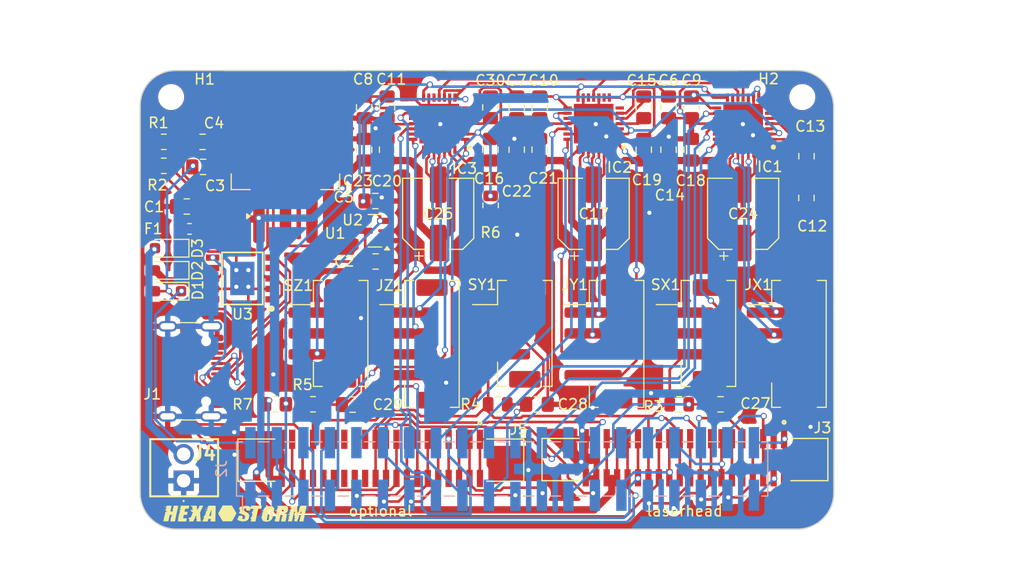
<source format=kicad_pcb>
(kicad_pcb (version 20240108) (generator "pcbnew") (generator_version "8.0")
  (title_block (title "Firestarter") (date "2020-05-17") (rev "1") (company "Hexastorm"))
  (layers (0 "F.Cu" signal) (31 "B.Cu" signal) (34 "B.Paste" user) (35 "F.Paste" user) (36 "B.SilkS" user "B.Silkscreen") (37 "F.SilkS" user "F.Silkscreen") (38 "B.Mask" user) (39 "F.Mask" user) (44 "Edge.Cuts" user))
  (net 0 "")
  (net 1 "+5V")
  (net 2 "GND")
  (net 3 "+3.3V")
  (net 4 "STEP_ENABLE")
  (net 5 "X_PO")
  (net 6 "Y_PO")
  (net 7 "Z_PO")
  (net 8 "POT_SDA")
  (net 9 "CC2")
  (net 10 "POT_SCL")
  (net 11 "X_DIR")
  (net 12 "X_STEP")
  (net 13 "Y_DIR")
  (net 14 "Y_STEP")
  (net 15 "Z_DIR")
  (net 16 "Z_STEP")
  (net 17 "DM")
  (net 18 "DP")
  (net 20 "CC1")
  (net 23 "+12V")
  (net 24 "VDD")
  (net 25 "Net-(D1-K)")
  (net 26 "VBUS")
  (net 27 "IC_HB_PWM1")
  (net 28 "DIGITAL")
  (net 29 "HALL1")
  (net 30 "uH")
  (net 31 "HALL2")
  (net 32 "wL")
  (net 33 "wH")
  (net 34 "vL")
  (net 35 "vH")
  (net 36 "uL")
  (net 37 "HALL3")
  (net 38 "IC_HB_PWM2")
  (net 39 "Net-(IC1-VCP)")
  (net 40 "Net-(IC1-CPO)")
  (net 41 "Net-(IC1-CPI)")
  (net 42 "Net-(IC2-VCP)")
  (net 43 "Net-(IC2-CPO)")
  (net 44 "Net-(IC2-CPI)")
  (net 45 "Net-(IC3-VCP)")
  (net 46 "Net-(IC3-CPO)")
  (net 47 "Net-(IC3-CPI)")
  (net 48 "X_B2")
  (net 49 "X_B1")
  (net 51 "X_A1")
  (net 53 "DIAG")
  (net 54 "Net-(U3-VBUS)")
  (net 55 "INDEX_X")
  (net 56 "X_A2")
  (net 57 "Y_A1")
  (net 60 "Y_B2")
  (net 61 "Y_A2")
  (net 63 "Y_B1")
  (net 64 "Z_A2")
  (net 65 "Z_B1")
  (net 69 "Z_A1")
  (net 70 "Z_B2")
  (net 71 "Net-(D2-A)")
  (net 72 "Net-(D3-A)")
  (net 73 "FPGA3")
  (net 84 "FPGA49")
  (net 85 "UART")
  (net 86 "UARX")
  (net 87 "SPI_SI")
  (net 88 "FPGA42")
  (net 89 "SPI_SO")
  (net 90 "FPGA44")
  (net 91 "GPIO14")
  (net 92 "SPI_SCK")
  (net 93 "FPGA50")
  (net 94 "GPIO46")
  (net 95 "FPGA43")
  (footprint "footprints:ESSOP-10_CH224K" (layer "F.Cu") (at 180.825 150.4 180)
    (property "Reference" "U3")
    (property "Value" "CH224K")
  )
  (footprint "Capacitor_SMD:C_0805_2012Metric_Pad1.18x1.45mm_HandSolder" (layer "F.Cu") (at 177.0125 137.3)
    (property "Reference" "C3")
    (property "Value" "1uF")
  )
  (footprint "Capacitor_SMD:C_0805_2012Metric_Pad1.18x1.45mm_HandSolder" (layer "F.Cu") (at 221.675 133.98689 90)
    (property "Reference" "C6")
    (property "Value" "0.1uF")
  )
  (footprint "Capacitor_SMD:C_0805_2012Metric_Pad1.18x1.45mm_HandSolder" (layer "F.Cu") (at 193.6 148.775 180)
    (property "Reference" "C2")
    (property "Value" "1uF")
  )
  (footprint "Capacitor_SMD:C_0805_2012Metric_Pad1.18x1.45mm_HandSolder" (layer "F.Cu") (at 219.3 138.04939 -90)
    (property "Reference" "C19")
    (property "Value" "0.1uF")
  )
  (footprint "Capacitor_SMD:C_0805_2012Metric_Pad1.18x1.45mm_HandSolder" (layer "F.Cu") (at 192.5 133.98689 90)
    (property "Reference" "C8")
    (property "Value" "0.1uF")
  )
  (footprint "Fuse:Fuse_0603_1608Metric_Pad1.05x0.95mm_HandSolder" (layer "F.Cu") (at 175.7625 145.65)
    (property "Reference" "F1")
    (property "Value" "Fuse")
  )
  (footprint "Resistor_SMD:R_0805_2012Metric" (layer "F.Cu") (at 222.7 162.475)
    (property "Reference" "R3")
    (property "Value" "10K")
  )
  (footprint "Package_TO_SOT_SMD:SOT-23" (layer "F.Cu") (at 193.5375 145.82439 180)
    (property "Reference" "U2")
    (property "Value" "MCP1700T-3302E/TT")
  )
  (footprint "Capacitor_SMD:C_0805_2012Metric_Pad1.18x1.45mm_HandSolder" (layer "F.Cu") (at 234.89 142.68 -90)
    (property "Reference" "C12")
    (property "Value" "0.1uF")
  )
  (footprint "Capacitor_SMD:C_0805_2012Metric_Pad1.18x1.45mm_HandSolder" (layer "F.Cu") (at 175.5 143.5 180)
    (property "Reference" "C1")
    (property "Value" "1uF")
  )
  (footprint "Capacitor_SMD:C_0805_2012Metric_Pad1.18x1.45mm_HandSolder" (layer "F.Cu") (at 223.875 138.04939 -90)
    (property "Reference" "C18")
    (property "Value" "0.1uF")
  )
  (footprint "Capacitor_SMD:C_0805_2012Metric_Pad1.18x1.45mm_HandSolder" (layer "F.Cu") (at 191.4 162.5)
    (property "Reference" "C29")
    (property "Value" "0.1uF")
  )
  (footprint "Capacitor_SMD:C_0805_2012Metric_Pad1.18x1.45mm_HandSolder" (layer "F.Cu") (at 194.7 138.04939 -90)
    (property "Reference" "C20")
    (property "Value" "0.1uF")
  )
  (footprint "Capacitor_SMD:C_0805_2012Metric_Pad1.18x1.45mm_HandSolder" (layer "F.Cu") (at 209.325 133.98689 90)
    (property "Reference" "C10")
    (property "Value" "4.7uF")
  )
  (footprint "Capacitor_SMD:C_0805_2012Metric_Pad1.18x1.45mm_HandSolder" (layer "F.Cu") (at 194.7 133.98689 90)
    (property "Reference" "C11")
    (property "Value" "4.7uF")
  )
  (footprint "footprints:VN02A1500000G" (layer "F.Cu") (at 175.2 169.8 90)
    (property "Reference" "J4")
    (property "Value" "Conn_01x02" (hide yes))
  )
  (footprint "footprints:JST_PH_B3B-PH-SM4-TB_1x03-1MP_P2.00mm_Vertical" (layer "F.Cu") (at 188.5 155.675 -90)
    (property "Reference" "SZ1")
    (property "Value" "Z")
  )
  (footprint "MountingHole:MountingHole_2.2mm_M2" (layer "F.Cu") (at 234.5 133)
    (property "Reference" "H2")
    (property "Value" "MountingHole")
  )
  (footprint "Capacitor_SMD:C_0805_2012Metric_Pad1.18x1.45mm_HandSolder" (layer "F.Cu") (at 221.675 138.04939 -90)
    (property "Reference" "C14")
    (property "Value" "0.1uF")
  )
  (footprint "Capacitor_SMD:C_0805_2012Metric_Pad1.18x1.45mm_HandSolder" (layer "F.Cu") (at 204.6 133.98689 90)
    (property "Reference" "C30")
    (property "Value" "22nF")
  )
  (footprint "Capacitor_SMD:C_0805_2012Metric_Pad1.18x1.45mm_HandSolder" (layer "F.Cu") (at 204.6 138.04939 -90)
    (property "Reference" "C16")
    (property "Value" "0.1uF")
  )
  (footprint "footprints:JST_PH_B4B-PH-SM4-TB_1x04-1MP_P2.00mm_Vertical" (layer "F.Cu") (at 197.25 156.675 -90)
    (property "Reference" "JZ1")
    (property "Value" "Z")
  )
  (footprint "Diode_SMD:D_SOD-323_HandSoldering" (layer "F.Cu") (at 173.7 147.5 180)
    (property "Reference" "D3")
    (property "Value" "D_Schottky")
  )
  (footprint "footprints:JST_PH_B3B-PH-SM4-TB_1x03-1MP_P2.00mm_Vertical" (layer "F.Cu") (at 223.75 155.675 -90)
    (property "Reference" "SX1")
    (property "Value" "X")
  )
  (footprint "footprints:QFN50P500X500X90-29N-D" (layer "F.Cu") (at 214.5 135.55 180)
    (property "Reference" "IC2")
    (property "Value" "TMC2209-LA-T" (hide yes))
  )
  (footprint "footprints:QFN50P500X500X90-29N-D" (layer "F.Cu") (at 199.7 135.55 180)
    (property "Reference" "IC3")
    (property "Value" "TMC2209-LA-T" (hide yes))
  )
  (footprint "Capacitor_SMD:C_0805_2012Metric_Pad1.18x1.45mm_HandSolder" (layer "F.Cu") (at 207.125 138.04939 -90)
    (property "Reference" "C22")
    (property "Value" "0.1uF")
  )
  (footprint "Diode_SMD:D_SOD-323_HandSoldering" (layer "F.Cu") (at 173.7 151.625 180)
    (property "Reference" "D1")
    (property "Value" "D_Schottky")
  )
  (footprint "Resistor_SMD:R_0805_2012Metric" (layer "F.Cu") (at 173.2975 139.594924 180)
    (property "Reference" "R2")
    (property "Value" "10K")
  )
  (footprint "Diode_SMD:D_SOD-323_HandSoldering" (layer "F.Cu") (at 173.7 149.625 180)
    (property "Reference" "D2")
    (property "Value" "D_Schottky")
  )
  (footprint "Capacitor_SMD:C_0805_2012Metric_Pad1.18x1.45mm_HandSolder" (layer "F.Cu") (at 193.575 142.97439 180)
    (property "Reference" "C5")
    (property "Value" "1uF")
  )
  (footprint "footprints:JST_PH_B3B-PH-SM4-TB_1x03-1MP_P2.00mm_Vertical" (layer "F.Cu") (at 206.15 155.675 -90)
    (property "Reference" "SY1")
    (property "Value" "Y")
  )
  (footprint "Capacitor_SMD:CP_Elec_6.3x5.4" (layer "F.Cu") (at 199.6 144.2 90)
    (property "Reference" "C25")
    (property "Value" "100uF")
  )
  (footprint "footprints:JST_PH_B4B-PH-SM4-TB_1x04-1MP_P2.00mm_Vertical" (layer "F.Cu") (at 214.95 156.675 -90)
    (property "Reference" "JY1")
    (property "Value" "Y")
  )
  (footprint "Capacitor_SMD:CP_Elec_6.3x5.4" (layer "F.Cu") (at 228.825 144.2 90)
    (property "Reference" "C24")
    (property "Value" "100uF")
  )
  (footprint "Resistor_SMD:R_0805_2012Metric" (layer "F.Cu") (at 173.2975 137.294924 180)
    (property "Reference" "R1")
    (property "Value" "1K")
  )
  (footprint "footprints:QFN50P500X500X90-29N-D" (layer "F.Cu") (at 228.825 135.55 180)
    (property "Reference" "IC1")
    (property "Value" "TMC2209-LA-T" (hide yes))
  )
  (footprint "Capacitor_SMD:C_0805_2012Metric_Pad1.18x1.45mm_HandSolder" (layer "F.Cu") (at 192.5 138.04939 -90)
    (property "Reference" "C23")
    (property "Value" "0.1uF")
  )
  (footprint "Capacitor_SMD:C_0805_2012Metric_Pad1.18x1.45mm_HandSolder" (layer "F.Cu") (at 207.125 133.98689 90)
    (property "Reference" "C7")
    (property "Value" "0.1uF")
  )
  (footprint "Resistor_SMD:R_0805_2012Metric" (layer "F.Cu") (at 204.62 143.39 90)
    (property "Reference" "R6")
    (property "Value" "10K")
  )
  (footprint "Resistor_SMD:R_0805_2012Metric" (layer "F.Cu") (at 205.3 162.475)
    (property "Reference" "R4")
    (property "Value" "10K")
  )
  (footprint "Capacitor_SMD:C_0805_2012Metric_Pad1.18x1.45mm_HandSolder" (layer "F.Cu") (at 209.0625 162.475)
    (property "Reference" "C28")
    (property "Value" "0.1uF")
  )
  (footprint "MountingHole:MountingHole_2.2mm_M2" (layer "F.Cu") (at 174 133)
    (property "Reference" "H1")
    (property "Value" "MountingHole")
  )
  (footprint "footprints:TE_2-1734248-0" (layer "F.Cu") (at 194.63 167.815 180)
    (property "Reference" "J5")
    (property "Value" "2-1734248-0")
  )
  (footprint "Resistor_SMD:R_0805_2012Metric_Pad1.20x1.40mm_HandSolder" (layer "F.Cu") (at 184 162.47 180)
    (property "Reference" "R7")
    (property "Value" "1K")
  )
  (footprint "Capacitor_SMD:C_0805_2012Metric_Pad1.18x1.45mm_HandSolder" (layer "F.Cu") (at 234.9 138.6725 90)
    (property "Reference" "C13")
    (property "Value" "22nF")
  )
  (footprint "footprints:TE_2-1734248-0" (layer "F.Cu") (at 223.78 167.76 180)
    (property "Reference" "J3")
    (property "Value" "2-1734248-0")
  )
  (footprint "footprints:USB_C_Receptacle_GCT_USB4105-xx-A_16P_TopMnt_Horizontal" (layer "F.Cu") (at 174.745 159.31 -90)
    (property "Reference" "J1")
    (property "Value" "USB_C_Receptacle_USB2.0_16P")
  )
  (footprint "footprints:JST_PH_B4B-PH-SM4-TB_1x04-1MP_P2.00mm_Vertical" (layer "F.Cu") (at 232.425 156.675 -90)
    (property "Reference" "JX1")
    (property "Value" "X")
  )
  (footprint "footprints:hexastorm" (layer "F.Cu") (at 179.91 172.8)
    (property "Reference" "G1" (hide yes))
    (property "Value" "hexastorm" (hide yes))
  )
  (footprint "Package_TO_SOT_SMD:TO-263-3_TabPin2" (layer "F.Cu") (at 184.96 137.05 90)
    (property "Reference" "U1")
    (property "Value" "LM7805_TO263")
  )
  (footprint "Capacitor_SMD:C_0805_2012Metric_Pad1.18x1.45mm_HandSolder" (layer "F.Cu") (at 209.325 138.04939 -90)
    (property "Reference" "C21")
    (property "Value" "0.1uF")
  )
  (footprint "Capacitor_SMD:C_0805_2012Metric_Pad1.18x1.45mm_HandSolder" (layer "F.Cu") (at 223.875 133.98689 90)
    (property "Reference" "C9")
    (property "Value" "4.7uF")
  )
  (footprint "Capacitor_SMD:CP_Elec_6.3x5.4" (layer "F.Cu") (at 214.5 144.2 90)
    (property "Reference" "C17")
    (property "Value" "100uF")
  )
  (footprint "Capacitor_SMD:C_0805_2012Metric_Pad1.18x1.45mm_HandSolder" (layer "F.Cu") (at 226.6625 162.475)
    (property "Reference" "C27")
    (property "Value" "0.1uF")
  )
  (footprint "Resistor_SMD:R_0805_2012Metric" (layer "F.Cu") (at 187.6 162.47)
    (property "Reference" "R5")
    (property "Value" "10K")
  )
  (footprint "Capacitor_SMD:C_0805_2012Metric_Pad1.18x1.45mm_HandSolder" (layer "F.Cu") (at 177.0625 139.7)
    (property "Reference" "C4")
    (property "Value" "0.1uF")
  )
  (footprint "Capacitor_SMD:C_0805_2012Metric_Pad1.18x1.45mm_HandSolder" (layer "F.Cu") (at 219.3 133.98689 90)
    (property "Reference" "C15")
    (property "Value" "22nF")
  )
  (footprint "Connector_PinSocket_2.54mm:PinSocket_2x20_P2.54mm_Vertical_SMD" (layer "B.Cu") (at 205.73 168.675 -90)
    (property "Reference" "J2")
    (property "Value" "Conn_02x20_Odd_Even")
  )
  (gr_line (start 171.03 170.991246) (end 171.031266 133.828393) (stroke (width 0.12)) (layer "Edge.Cuts"))
  (gr_arc (start 171.031266 133.828393) (mid 172.038251 131.423476) (end 174.456908 130.45) (stroke (width 0.12)) (layer "Edge.Cuts"))
  (gr_arc (start 233.956908 130.45) (mid 236.447705 131.441692) (end 237.498424 133.908173) (stroke (width 0.12)) (layer "Edge.Cuts"))
  (gr_line (start 233.956908 130.45) (end 174.456908 130.45) (stroke (width 0.12)) (layer "Edge.Cuts"))
  (gr_line (start 174.456908 174.45) (end 233.956908 174.45) (stroke (width 0.12)) (layer "Edge.Cuts"))
  (gr_arc (start 174.456908 174.45) (mid 172.039832 173.417765) (end 171.03 170.991246) (stroke (width 0.12)) (layer "Edge.Cuts"))
  (gr_arc (start 237.518009 170.950442) (mid 236.471124 173.446814) (end 233.956908 174.45) (stroke (width 0.12)) (layer "Edge.Cuts"))
  (gr_line (start 237.518009 170.950442) (end 237.498424 133.908173) (stroke (width 0.12)) (layer "Edge.Cuts"))
  (gr_text "optional" (at 190.927381 173.3 0) (layer "F.SilkS") (effects (font (size 1 1)) (justify left bottom)))
  (gr_text "laserhead" (at 219.482142 173.3 0) (layer "F.SilkS") (effects (font (size 1 1)) (justify left bottom)))
  (segment (start 186.6 165.205) (end 185.801587 164.406587) (width 0.25) (layer "F.Cu") (net 1))
  (segment (start 220.75 165.775) (end 220.75 169.525) (width 0.25) (layer "F.Cu") (net 1))
  (segment (start 183.8 142.125) (end 183.8 147.025) (width 0.25) (layer "F.Cu") (net 1))
  (segment (start 175 162.813173) (end 175 152.8) (width 0.25) (layer "F.Cu") (net 1))
  (segment (start 176.493413 164.306587) (end 175 162.813173) (width 0.25) (layer "F.Cu") (net 1))
  (segment (start 186.6 165.83) (end 186.6 169.58) (width 0.25) (layer "F.Cu") (net 1))
  (segment (start 192.6 148.7375) (end 192.5625 148.775) (width 0.25) (layer "F.Cu") (net 1))
  (segment (start 174.6 152.4) (end 174.47561 152.4) (width 0.25) (layer "F.Cu") (net 1))
  (segment (start 192.6 145.82439) (end 192.6 148.7375) (width 0.25) (layer "F.Cu") (net 1))
  (segment (start 187.5 147.5) (end 188.775 148.775) (width 0.25) (layer "F.Cu") (net 1))
  (segment (start 186.6 165.83) (end 186.6 166.455) (width 0.25) (layer "F.Cu") (net 1))
  (segment (start 183.8 147.025) (end 184.05 147.275) (width 0.25) (layer "F.Cu") (net 1))
  (segment (start 185.801587 164.406587) (end 176.593413 164.406587) (width 0.25) (layer "F.Cu") (net 1))
  (segment (start 174.47561 152.4) (end 173.8 151.72439) (width 0.25) (layer "F.Cu") (net 1))
  (segment (start 217.575 173.225) (end 220.75 170.05) (width 0.25) (layer "F.Cu") (net 1))
  (segment (start 178.05 141.725) (end 183.4 141.725) (width 0.25) (layer "F.Cu") (net 1))
  (segment (start 184.425 173.225) (end 217.575 173.225) (width 0.25) (layer "F.Cu") (net 1))
  (segment (start 176.593413 165.393413) (end 184.425 173.225) (width 0.25) (layer "F.Cu") (net 1))
  (segment (start 187.5 147) (end 187.5 144.7) (width 0.25) (layer "F.Cu") (net 1))
  (segment (start 220.75 170.05) (end 220.75 169.525) (width 0.25) (layer "F.Cu") (net 1))
  (segment (start 175 152.8) (end 174.6 152.4) (width 0.25) (layer "F.Cu") (net 1))
  (segment (start 176.593413 164.406587) (end 176.593413 165.393413) (width 0.25) (layer "F.Cu") (net 1))
  (segment (start 186.6 169.58) (end 186.6 170.105) (width 0.25) (layer "F.Cu") (net 1))
  (segment (start 187.225 147.275) (end 187.5 147) (width 0.25) (layer "F.Cu") (net 1))
  (segment (start 187.5 144.7) (end 187.5 147.5) (width 0.25) (layer "F.Cu") (net 1))
  (segment (start 173.8 151.72439) (end 173.8 151.6) (width 0.25) (layer "F.Cu") (net 1))
  (segment (start 172.45 151.625) (end 173.775 151.625) (width 0.25) (layer "F.Cu") (net 1))
  (segment (start 176.025 139.7) (end 178.05 141.725) (width 0.25) (layer "F.Cu") (net 1))
  (segment (start 183.4 141.725) (end 183.8 142.125) (width 0.25) (layer "F.Cu") (net 1))
  (segment (start 184.05 147.275) (end 187.225 147.275) (width 0.25) (layer "F.Cu") (net 1))
  (segment (start 173.8 151.8) (end 173.8 151.6) (width 0.25) (layer "F.Cu") (net 1))
  (segment (start 186.6 165.83) (end 186.6 165.205) (width 0.25) (layer "F.Cu") (net 1))
  (segment (start 176.593413 164.406587) (end 176.493413 164.306587) (width 0.25) (layer "F.Cu") (net 1))
  (segment (start 175.975 139.65) (end 176.025 139.7) (width 0.25) (layer "F.Cu") (net 1))
  (segment (start 192.5625 148.775) (end 188.775 148.775) (width 0.25) (layer "F.Cu") (net 1))
  (segment (start 173.775 151.625) (end 173.8 151.6) (width 0.25) (layer "F.Cu") (net 1))
  (via (at 173.8 151.6) (size 0.6) (drill 0.4) (layers "F.Cu" "B.Cu") (net 1))
  (via (at 176.1 139.6) (size 0.6) (drill 0.4) (layers "F.Cu" "B.Cu") (net 1))
  (segment (start 173.6 142.1) (end 176.1 139.6) (width 0.25) (layer "B.Cu") (net 1))
  (segment (start 173.6 151.4) (end 173.6 142.1) (width 0.25) (layer "B.Cu") (net 1))
  (segment (start 173.8 151.6) (end 173.6 151.4) (width 0.25) (layer "B.Cu") (net 1))
  (segment (start 223.875 135.02439) (end 224.40061 135.55) (width 0.25) (layer "F.Cu") (net 2))
  (segment (start 224.10061 135.55) (end 226.325 135.55) (width 0.25) (layer "F.Cu") (net 2))
  (segment (start 229.825 138.05) (end 229.825 138.7) (width 0.25) (layer "F.Cu") (net 2))
  (segment (start 178.425 162.51) (end 178.999999 162.51) (width 0.25) (layer "F.Cu") (net 2))
  (segment (start 229.77 136.66) (end 229.825 136.605) (width 0.25) (layer "F.Cu") (net 2))
  (segment (start 227.9 135.39939) (end 228.9 134.39939) (width 0.25) (layer "F.Cu") (net 2))
  (segment (start 177.975 151.4) (end 181.2 151.4) (width 0.25) (layer "F.Cu") (net 2))
  (segment (start 227.7 155.375) (end 227.7 162.475) (width 0.25) (layer "F.Cu") (net 2))
  (segment (start 214.35 141.25) (end 214.5 141.4) (width 0.25) (layer "F.Cu") (net 2))
  (segment (start 221.675 135.02439) (end 221.675 136.775) (width 0.25) (layer "F.Cu") (net 2))
  (segment (start 178.05 137.3) (end 178.05 137.805) (width 0.25) (layer "F.Cu") (net 2))
  (segment (start 194.7 135.02439) (end 195.28061 135.605) (width 0.25) (layer "F.Cu") (net 2))
  (segment (start 192.5 137.01189) (end 194.7 137.01189) (width 0.25) (layer "F.Cu") (net 2))
  (segment (start 215.075 134.975) (end 214.5 135.55) (width 0.25) (layer "F.Cu") (net 2))
  (segment (start 189.8 136.275) (end 189.475 136.6) (width 0.25) (layer "F.Cu") (net 2))
  (segment (start 214.7 135.6) (end 214.7 135.75) (width 0.25) (layer "F.Cu") (net 2))
  (segment (start 228.775 141.35) (end 228.825 141.4) (width 0.25) (layer "F.Cu") (net 2))
  (segment (start 199.7 138.05) (end 199.7 138.801142) (width 0.25) (layer "F.Cu") (net 2))
  (segment (start 228.775 138.1) (end 228.775 141.35) (width 0.25) (layer "F.Cu") (net 2))
  (segment (start 198.7 136.55) (end 198.7 138.05) (width 0.25) (layer "F.Cu") (net 2))
  (segment (start 226.325 135.55) (end 228.825 135.55) (width 0.25) (layer "F.Cu") (net 2))
  (segment (start 213.75 165.775) (end 213.75 169.525) (width 0.25) (layer "F.Cu") (net 2))
  (segment (start 199.625117 139.352371) (end 199.72 139.447254) (width 0.25) (layer "F.Cu") (net 2))
  (segment (start 214.35 138.896674) (end 214.35 141.25) (width 0.25) (layer "F.Cu") (net 2))
  (segment (start 179.94 146.61) (end 180.24 146.61) (width 0.25) (layer "F.Cu") (net 2))
  (segment (start 221.675 136.775) (end 221.7 136.8) (width 0.25) (layer "F.Cu") (net 2))
  (segment (start 210.1 156.62561) (end 207.14939 153.675) (width 0.25) (layer "F.Cu") (net 2))
  (segment (start 213.5 133.05) (end 213.5 134.55) (width 0.25) (layer "F.Cu") (net 2))
  (segment (start 229.825 136.605) (end 229.825 136.55) (width 0.25) (layer "F.Cu") (net 2))
  (segment (start 184.975 156.534999) (end 184.975 153.825) (width 0.25) (layer "F.Cu") (net 2))
  (segment (start 223.875 135.02439) (end 223.875 137.01189) (width 0.25) (layer "F.Cu") (net 2))
  (segment (start 221.675 136.825) (end 221.675 137.01189) (width 0.25) (layer "F.Cu") (net 2))
  (segment (start 215.5 140.4) (end 214.5 141.4) (width 0.25) (layer "F.Cu") (net 2))
  (segment (start 228.825 135.55) (end 228.825 138.05) (width 0.25) (layer "F.Cu") (net 2))
  (segment (start 200.7 138.5) (end 201.4 139.2) (width 0.25) (layer "F.Cu") (net 2))
  (segment (start 192.7125 137.01189) (end 194.7 135.02439) (width 0.25) (layer "F.Cu") (net 2))
  (segment (start 181.4 154.33) (end 181.23 154.5) (width 0.25) (layer "F.Cu") (net 2))
  (segment (start 209.325 135.02439) (end 209.325 137.01189) (width 0.25) (layer "F.Cu") (net 2))
  (segment (start 180.24 146.61) (end 180.38 146.47) (width 0.25) (layer "F.Cu") (net 2))
  (segment (start 229.4 133.89939) (end 228.9 134.39939) (width 0.25) (layer "F.Cu") (net 2))
  (segment (start 213.5 138.05) (end 213.5 138.509783) (width 0.25) (layer "F.Cu") (net 2))
  (segment (start 215 136.05) (end 217 136.05) (width 0.25) (layer "F.Cu") (net 2))
  (segment (start 227.825 134.55) (end 228.825 135.55) (width 0.25) (layer "F.Cu") (net 2))
  (segment (start 213.5 136.55) (end 213.5 138.05) (width 0.25) (layer "F.Cu") (net 2))
  (segment (start 214.5 138.746674) (end 214.35 138.896674) (width 0.25) (layer "F.Cu") (net 2))
  (segment (start 212 135.55) (end 212.075 135.475) (width 0.25) (layer "F.Cu") (net 2))
  (segment (start 231.325 136.05) (end 231.25 136.125) (width 0.25) (layer "F.Cu") (net 2))
  (segment (start 221.675 135.02439) (end 223.875 135.02439) (width 0.25) (layer "F.Cu") (net 2))
  (segment (start 227.825 138.05) (end 227.825 136.55) (width 0.25) (layer "F.Cu") (net 2))
  (segment (start 199.7 135.55) (end 199.75 135.6) (width 0.25) (layer "F.Cu") (net 2))
  (segment (start 215.5 136.99) (end 215.5 138.05) (width 0.25) (layer "F.Cu") (net 2))
  (segment (start 214.425 135.475) (end 214.5 135.55) (width 0.25) (layer "F.Cu") (net 2))
  (segment (start 228.825 140.931116) (end 228.825 141.4) (width 0.25) (layer "F.Cu") (net 2))
  (segment (start 200.7 138.05) (end 200.7 138.5) (width 0.25) (layer "F.Cu") (net 2))
  (segment (start 205.8 153.6) (end 205.725 153.675) (width 0.25) (layer "F.Cu") (net 2))
  (segment (start 178.999999 162.51) (end 184.975 156.534999) (width 0.25) (layer "F.Cu") (net 2))
  (segment (start 209.325 135.02439) (end 209.85061 135.55) (width 0.25) (layer "F.Cu") (net 2))
  (segment (start 214.5 135.55) (end 215 136.05) (width 0.25) (layer "F.Cu") (net 2))
  (segment (start 214.7 135.75) (end 215.5 136.55) (width 0.25) (layer "F.Cu") (net 2))
  (segment (start 215.5 136.55) (end 215.5 136.57) (width 0.25) (layer "F.Cu") (net 2))
  (segment (start 199.625117 138.876025) (end 199.625117 139.352371) (width 0.25) (layer "F.Cu") (net 2))
  (segment (start 229.825 138.05) (end 229.825 136.715) (width 0.25) (layer "F.Cu") (net 2))
  (segment (start 200.7 134.55) (end 199.7 135.55) (width 0.25) (layer "F.Cu") (net 2))
  (segment (start 228.8 135.575) (end 228.825 135.55) (width 0.25) (layer "F.Cu") (net 2))
  (segment (start 207.14939 153.675) (end 205.875 153.675) (width 0.25) (layer "F.Cu") (net 2))
  (segment (start 200.7 136.55) (end 200.7 138.05) (width 0.25) (layer "F.Cu") (net 2))
  (segment (start 205.725 153.675) (end 205.65 153.675) (width 0.25) (layer "F.Cu") (net 2))
  (segment (start 227.545 139.651116) (end 228.825 140.931116) (width 0.25) (layer "F.Cu") (net 2))
  (segment (start 181.2 151.4) (end 181.4 151.2) (width 0.25) (layer "F.Cu") (net 2))
  (segment (start 227.545 138.93061) (end 227.545 139.651116) (width 0.25) (layer "F.Cu") (net 2))
  (segment (start 229.325 133.05) (end 229.325 135.05) (width 0.25) (layer "F.Cu") (net 2))
  (segment (start 215 135.05) (end 214.5 135.55) (width 0.25) (layer "F.Cu") (net 2))
  (segment (start 192.5 135.02439) (end 192.5 137.01189) (width 0.25) (layer "F.Cu") (net 2))
  (segment (start 199.6 141.276116) (end 199.6 141.4) (width 0.25) (layer "F.Cu") (net 2))
  (segment (start 198.7 134.55) (end 199.7 135.55) (width 0.25) (layer "F.Cu") (net 2))
  (segment (start 227.825 138.65061) (end 227.545 138.93061) (width 0.25) (layer "F.Cu") (net 2))
  (segment (start 199.72 139.447254) (end 199.72 139.53) (width 0.25) (layer "F.Cu") (net 2))
  (segment (start 184.975 153.825) (end 185.125 153.675) (width 0.25) (layer "F.Cu") (net 2))
  (segment (start 189.8 133.58561) (end 189.8 136.275) (width 0.25) (layer "F.Cu") (net 2))
  (segment (start 198.475117 138.942341) (end 198.475117 140.275117) (width 0.25) (layer "F.Cu") (net 2))
  (segment (start 199.7 138.05) (end 199.7 135.55) (width 0.25) (layer "F.Cu") (net 2))
  (segment (start 198.475117 140.275117) (end 199.6 141.4) (width 0.25) (layer "F.Cu") (net 2))
  (segment (start 192.4375 156.61311) (end 189.49939 153.675) (width 0.25) (layer "F.Cu") (net 2))
  (segment (start 196.91 132.76) (end 196.74 132.76) (width 0.25) (layer "F.Cu") (net 2))
  (segment (start 214.5 135.55) (end 214.5 138.05) (width 0.25) (layer "F.Cu") (net 2))
  (segment (start 229.825 133.05) (end 229.825 134.55) (width 0.25) (layer "F.Cu") (net 2))
  (segment (start 229.825 138.7) (end 229.925 138.8) (width 0.25) (layer "F.Cu") (net 2))
  (segment (start 200.7 133.05) (end 200.7 134.55) (width 0.25) (layer "F.Cu") (net 2))
  (segment (start 228.825 138.05) (end 228.775 138.1) (width 0.25) (layer "F.Cu") (net 2))
  (segment (start 183.675 151.4) (end 181.6 151.4) (width 0.25) (layer "F.Cu") (net 2))
  (segment (start 199.7 138.801142) (end 199.625117 138.876025) (width 0.25) (layer "F.Cu") (net 2))
  (segment (start 198.7 138.717458) (end 198.475117 138.942341) (width 0.25) (layer "F.Cu") (net 2))
  (segment (start 199.8 135.6) (end 199.8 135.65) (width 0.25) (layer "F.Cu") (net 2))
  (segment (start 207.125 135.02439) (end 206.9 137) (width 0.25) (layer "F.Cu") (net 2))
  (segment (start 229.825 136.715) (end 229.77 136.66) (width 0.25) (layer "F.Cu") (net 2))
  (segment (start 198.7 138.05) (end 198.7 138.717458) (width 0.25) (layer "F.Cu") (net 2))
  (segment (start 182.025 132.6) (end 188.81439 132.6) (width 0.25) (layer "F.Cu") (net 2))
  (segment (start 213.2 140.1) (end 214.5 141.4) (width 0.25) (layer "F.Cu") (net 2))
  (segment (start 189.49939 153.675) (end 188 153.675) (width 0.25) (layer "F.Cu") (net 2))
  (segment (start 206.9 137) (end 207.125 137.01189) (width 0.25) (layer "F.Cu") (net 2))
  (segment (start 199.72 139.53) (end 199.6 139.65) (width 0.25) (layer "F.Cu") (net 2))
  (segment (start 194.7 135.02439) (end 192.5 135.02439) (width 0.25) (layer "F.Cu") (net 2))
  (segment (start 214.75 165.775) (end 214.75 169.525) (width 0.25) (layer "F.Cu") (net 2))
  (segment (start 229.4 136.125) (end 228.825 135.55) (width 0.25) (layer "F.Cu") (net 2))
  (segment (start 194.7 137.01189) (end 194.7 135.02439) (width 0.25) (layer "F.Cu") (net 2))
  (segment (start 212.075 135.475) (end 214.425 135.475) (width 0.25) (layer "F.Cu") (net 2))
  (segment (start 215.71 136.78) (end 215.5 136.99) (width 0.25) (layer "F.Cu") (net 2))
  (segment (start 209.85061 135.55) (end 212 135.55) (width 0.25) (layer "F.Cu") (net 2))
  (segment (start 192.7125 135.02439) (end 194.7 137.01189) (width 0.25) (layer "F.Cu") (net 2))
  (segment (start 180.25 149.6) (end 180.25 146.92) (width 0.25) (layer "F.Cu") (net 2))
  (segment (start 210.1 162.475) (end 210.1 156.62561) (width 0.25) (layer "F.Cu") (net 2))
  (segment (start 231.25 136.125) (end 229.4 136.125) (width 0.25) (layer "F.Cu") (net 2))
  (segment (start 197.2 135.55) (end 199.7 135.55) (width 0.25) (layer "F.Cu") (net 2))
  (segment (start 185.125 153.675) (end 188 153.675) (width 0.25) (layer "F.Cu") (net 2))
  (segment (start 192.4375 162.5) (end 192.4375 156.61311) (width 0.25) (layer "F.Cu") (net 2))
  (segment (start 223.25 153.675) (end 226 153.675) (width 0.25) (layer "F.Cu") (net 2))
  (segment (start 213.5 136.55) (end 214.5 135.55) (width 0.25) (layer "F.Cu") (net 2))
  (segment (start 212 136.55) (end 213.5 136.55) (width 0.25) (layer "F.Cu") (net 2))
  (segment (start 215.5 138.05) (end 215.5 140.4) (width 0.25) (layer "F.Cu") (net 2))
  (segment (start 180.25 146.92) (end 179.94 146.61) (width 0.25) (layer "F.Cu") (net 2))
  (segment (start 207.125 135.02439) (end 209.325 135.02439) (width 0.25) (layer "F.Cu") (net 2))
  (segment (start 213.5 134.55) (end 214.5 135.55) (width 0.25) (layer "F.Cu") (net 2))
  (segment (start 197.145 135.605) (end 197.2 135.55) (width 0.25) (layer "F.Cu") (net 2))
  (segment (start 229.825 136.55) (end 228.825 135.55) (width 0.25) (layer "F.Cu") (net 2))
  (segment (start 192.5 137.01189) (end 192.7125 137.01189) (width 0.25) (layer "F.Cu") (net 2))
  (segment (start 181.6 151.4) (end 181.4 151.2) (width 0.25) (layer "F.Cu") (net 2))
  (segment (start 181.4 151.2) (end 181.4 154.33) (width 0.25) (layer "F.Cu") (net 2))
  (segment (start 214.55 135.6) (end 214.7 135.6) (width 0.25) (layer "F.Cu") (net 2))
  (segment (start 198.7 133.05) (end 198.7 134.55) (width 0.25) (layer "F.Cu") (net 2))
  (segment (start 188.81439 132.6) (end 189.8 133.58561) (width 0.25) (layer "F.Cu") (net 2))
  (segment (start 199.6 139.65) (end 199.6 141.4) (width 0.25) (layer "F.Cu") (net 2))
  (segment (start 201.4 139.2) (end 201.4 139.476116) (width 0.25) (layer "F.Cu") (net 2))
  (segment (start 229.925 140.3) (end 228.825 141.4) (width 0.25) (layer "F.Cu") (net 2))
  (segment (start 228.775 135.6) (end 228.8 135.6) (width 0.25) (layer "F.Cu") (net 2))
  (segment (start 221.7 136.8) (end 221.675 136.825) (width 0.25) (layer "F.Cu") (net 2))
  (segment (start 199.8 135.65) (end 200.2 136.05) (width 0.25) (layer "F.Cu") (net 2))
  (segment (start 199.7 135.55) (end 200.7 136.55) (width 0.25) (layer "F.Cu") (net 2))
  (segment (start 197.2 136.55) (end 198.7 136.55) (width 0.25) (layer "F.Cu") (net 2))
  (segment (start 199.7 135.55) (end 198.7 136.55) (width 0.25) (layer "F.Cu") (net 2))
  (segment (start 205.875 153.675) (end 205.8 153.6) (width 0.25) (layer "F.Cu") (net 2))
  (segment (start 229.925 138.8) (end 229.925 140.3) (width 0.25) (layer "F.Cu") (net 2))
  (segment (start 227.825 136.55) (end 228.775 135.6) (width 0.25) (layer "F.Cu") (net 2))
  (segment (start 213.2 138.809783) (end 213.2 140.1) (width 0.25) (layer "F.Cu") (net 2))
  (segment (start 213.5 138.509783) (end 213.2 138.809783) (width 0.25) (layer "F.Cu") (net 2))
  (segment (start 201.4 139.476116) (end 199.6 141.276116) (width 0.25) (layer "F.Cu") (net 2))
  (segment (start 227.825 133.05) (end 227.825 134.55) (width 0.25) (layer "F.Cu") (net 2))
  (segment (start 228.9 134.39939) (end 229.4 134.89939) (width 0.25) (layer "F.Cu") (net 2))
  (segment (start 227.825 138.05) (end 227.825 138.65061) (width 0.25) (layer "F.Cu") (net 2))
  (segment (start 227.825 136.55) (end 228.825 135.55) (width 0.25) (layer "F.Cu") (net 2))
  (segment (start 215 133.05) (end 215 135.05) (width 0.25) (layer "F.Cu") (net 2))
  (segment (start 186.005 139.14) (end 187.175 139.14) (width 0.25) (layer "F.Cu") (net 2))
  (segment (start 215.5 136.57) (end 215.71 136.78) (width 0.25) (layer "F.Cu") (net 2))
  (segment (start 199.75 135.6) (end 199.8 135.6) (width 0.25) (layer "F.Cu") (net 2))
  (segment (start 200.2 136.05) (end 202.2 136.05) (width 0.25) (layer "F.Cu") (net 2))
  (segment (start 214.5 135.55) (end 214.55 135.6) (width 0.25) (layer "F.Cu") (net 2))
  (segment (start 228.8 135.6) (end 228.8 135.575) (width 0.25) (layer "F.Cu") (net 2))
  (segment (start 228.9 136.89939) (end 228.9 134.39939) (width 0.25) (layer "F.Cu") (net 2))
  (segment (start 226 153.675) (end 227.7 155.375) (width 0.25) (layer "F.Cu") (net 2))
  (segment (start 214.5 138.05) (end 214.5 138.746674) (width 0.25) (layer "F.Cu") (net 2))
  (segment (start 195.28061 135.605) (end 197.145 135.605) (width 0.25) (layer "F.Cu") (net 2))
  (segment (start 199.7 135.55) (end 196.91 132.76) (width 0.25) (layer "F.Cu") (net 2))
  (segment (start 226.325 136.55) (end 227.825 136.55) (width 0.25) (layer "F.Cu") (net 2))
  (segment (start 192.5 135.02439) (end 192.7125 135.02439) (width 0.25) (layer "F.Cu") (net 2))
  (via (at 183.8 159.6) (size 0.6) (drill 0.4) (layers "F.Cu" "B.Cu") (net 2))
  (via (at 213.31 168) (size 0.6) (drill 0.4) (layers "F.Cu" "B.Cu") (net 2))
  (via (at 235.29 164.64) (size 0.6) (drill 0.4) (layers "F.Cu" "B.Cu") (net 2))
  (via (at 213.4 165) (size 0.6) (drill 0.4) (layers "F.Cu" "B.Cu") (net 2))
  (via (at 200.36 160.4) (size 0.6) (drill 0.4) (layers "F.Cu" "B.Cu") (net 2))
  (via (at 221.7 136.8) (size 0.6) (drill 0.4) (layers "F.Cu" "B.Cu") (net 2))
  (via (at 180.05 165.15) (size 0.6) (drill 0.4) (layers "F.Cu" "B.Cu") (net 2))
  (via (at 220 161.4) (size 0.6) (drill 0.4) (layers "F.Cu" "B.Cu") (net 2))
  (via (at 199.8 135.6) (size 0.6) (drill 0.4) (layers "F.Cu" "B.Cu") (net 2))
  (via (at 193.6 136) (size 0.6) (drill 0.4) (layers "F.Cu" "B.Cu") (net 2))
  (via (at 180.08 167.31) (size 0.6) (drill 0.4) (layers "F.Cu" "B.Cu") (net 2))
  (via (at 214.4 162.8) (size 0.6) (drill 0.4) (layers "F.Cu" "B.Cu") (net 2))
  (via (at 219.84 144.1) (size 0.6) (drill 0.4) (layers "F.Cu" "B.Cu") (net 2))
  (via (at 229.77 136.66) (size 0.6) (drill 0.4) (layers "F.Cu" "B.Cu") (net 2))
  (via (at 228.8 135.6) (size 0.6) (drill 0.4) (layers "F.Cu" "B.Cu") (net 2))
  (via (at 214.7 135.6) (size 0.6) (drill 0.4) (layers "F.Cu" "B.Cu") (net 2))
  (via (at 192.2 154.2) (size 0.6) (drill 0.4) (layers "F.Cu" "B.Cu") (net 2))
  (via (at 206.9 137) (size 0.6) (drill 0.4) (layers "F.Cu" "B.Cu") (net 2))
  (via (at 215.71 136.78) (size 0.6) (drill 0.4) (layers "F.Cu" "B.Cu") (net 2))
  (via (at 207.18 146.2) (size 0.6) (drill 0.4) (layers "F.Cu" "B.Cu") (net 2))
  (via (at 208.24 168.78) (size 0.6) (drill 0.4) (layers "F.Cu" "B.Cu") (net 2))
  (via (at 194.19 142.63) (size 0.6) (drill 0.4) (layers "F.Cu" "B.Cu") (net 2))
  (segment (start 230.325 133.05) (end 230.325 132.343414) (width 0.25) (layer "F.Cu") (net 3))
  (segment (start 204.3875 162.475) (end 204.3875 163.175) (width 0.25) (layer "F.Cu") (net 3))
  (segment (start 223.875 132.94939) (end 223.963784 132.94939) (width 0.25) (layer "F.Cu") (net 3))
  (segment (start 201.775 132.375) (end 201.825 132.425) (width 0.25) (layer "F.Cu") (net 3))
  (segment (start 200.2 132.4) (end 200.225 132.375) (width 0.25) (layer "F.Cu") (net 3))
  (segment (start 221.7875 159.1375) (end 223.25 157.675) (width 0.25) (layer "F.Cu") (net 3))
  (segment (start 188.1875 164) (end 193.584314 164) (width 0.25) (layer "F.Cu") (net 3))
  (segment (start 202.625 157.4) (end 202.9 157.675) (width 0.25) (layer "F.Cu") (net 3))
  (segment (start 217.3 133) (end 217.3 132.821814) (width 0.25) (layer "F.Cu") (net 3))
  (segment (start 194.03 144.46689) (end 192.5375 142.97439) (width 0.25) (layer "F.Cu") (net 3))
  (segment (start 187.6 165.83) (end 187.6 169.58) (width 0.25) (layer "F.Cu") (net 3))
  (segment (start 230.325 132.343414) (end 230.190793 132.209207) (width 0.25) (layer "F.Cu") (net 3))
  (segment (start 187.6 165.83) (end 187.6 163.4125) (width 0.25) (layer "F.Cu") (net 3))
  (segment (start 201.6 133.2) (end 202.2 133.2) (width 0.25) (layer "F.Cu") (net 3))
  (segment (start 188 157.675) (end 188 157.6) (width 0.25) (layer "F.Cu") (net 3))
  (segment (start 209.325 132.94939) (end 210.89939 132.94939) (width 0.25) (layer "F.Cu") (net 3))
  (segment (start 215.5 133.05) (end 216 133.05) (width 0.25) (layer "F.Cu") (net 3))
  (segment (start 205.8625 131.68689) (end 207.125 132.94939) (width 0.25) (layer "F.Cu") (net 3))
  (segment (start 204.3875 158.9375) (end 205.65 157.675) (width 0.25) (layer "F.Cu") (net 3))
  (segment (start 194.564314 163.02) (end 197.334314 163.02) (width 0.25) (layer "F.Cu") (net 3))
  (segment (start 226.325 134.05) (end 225.675 134.05) (width 0.25) (layer "F.Cu") (net 3))
  (segment (start 201.325 132.925) (end 201.825 132.425) (width 0.25) (layer "F.Cu") (net 3))
  (segment (start 201.2 133.05) (end 201.325 132.925) (width 0.25) (layer "F.Cu") (net 3))
  (segment (start 197.2 134.05) (end 193.763175 134.05) (width 0.25) (layer "F.Cu") (net 3))
  (segment (start 217.3 132.821814) (end 218.434924 131.68689) (width 0.25) (layer "F.Cu") (net 3))
  (segment (start 204.6 144.038173) (end 202.625 146.013173) (width 0.25) (layer "F.Cu") (net 3))
  (segment (start 216 133.05) (end 217.25 133.05) (width 0.25) (layer "F.Cu") (net 3))
  (segment (start 219.75 165.775) (end 219.75 163.71) (width 0.25) (layer "F.Cu") (net 3))
  (segment (start 188 157.6) (end 188.075 157.6) (width 0.25) (layer "F.Cu") (net 3))
  (segment (start 194.03 144.88) (end 194.03 144.46689) (width 0.25) (layer "F.Cu") (net 3))
  (segment (start 186.6875 162.5) (end 188.1875 164) (width 0.25) (layer "F.Cu") (net 3))
  (segment (start 219.86 163.6) (end 220.15 163.6) (width 0.25) (layer "F.Cu") (net 3))
  (segment (start 186.6875 158.9875) (end 188 157.675) (width 0.25) (layer "F.Cu") (net 3))
  (segment (start 193.763175 134.05) (end 193.706587 134.106588) (width 0.25) (layer "F.Cu") (net 3))
  (segment (start 205.8625 131.68689) (end 202.56311 131.68689) (width 0.25) (layer "F.Cu") (net 3))
  (segment (start 220.15 163.6) (end 221.275 162.475) (width 0.25) (layer "F.Cu") (net 3))
  (segment (start 221.7875 162.475) (end 221.7875 159.1375) (width 0.25) (layer "F.Cu") (net 3))
  (segment (start 210.9 132.95) (end 210.9 133) (width 0.25) (layer "F.Cu") (net 3))
  (segment (start 204.3875 163.175) (end 204.9875 163.775) (width 0.25) (layer "F.Cu") (net 3))
  (segment (start 225.675 134.05) (end 224.431587 132.806587) (width 0.25) (layer "F.Cu") (net 3))
  (segment (start 197.924314 163.61) (end 203.2525 163.61) (width 0.25) (layer "F.Cu") (net 3))
  (segment (start 203.2525 163.61) (end 204.3875 162.475) (width 0.25) (layer "F.Cu") (net 3))
  (segment (start 220.4125 131.68689) (end 221.675 132.94939) (width 0.25) (layer "F.Cu") (net 3))
  (segment (start 200.225 132.375) (end 201.775 132.375) (width 0.25) (layer "F.Cu") (net 3))
  (segment (start 202.625 146.013173) (end 202.625 157.4) (width 0.25) (layer "F.Cu") (net 3))
  (segment (start 188.075 157.6) (end 188 157.675) (width 0.25) (layer "F.Cu") (net 3))
  (segment (start 221.275 162.475) (end 221.7875 162.475) (width 0.25) (layer "F.Cu") (net 3))
  (segment (start 192.5375 142.97439) (end 192.51189 142.97439) (width 0.25) (layer "F.Cu") (net 3))
  (segment (start 210.89939 132.94939) (end 210.9 132.95) (width 0.25) (layer "F.Cu") (net 3))
  (segment (start 193.584314 164) (end 194.564314 163.02) (width 0.25) (layer "F.Cu") (net 3))
  (segment (start 204.9875 163.775) (end 207.529315 163.775) (width 0.25) (layer "F.Cu") (net 3))
  (segment (start 207.704315 163.6) (end 219.86 163.6) (width 0.25) (layer "F.Cu") (net 3))
  (segment (start 192.5 132.94939) (end 194.7 132.94939) (width 0.25) (layer "F.Cu") (net 3))
  (segment (start 201.325 132.925) (end 201.6 133.2) (width 0.25) (layer "F.Cu") (net 3))
  (segment (start 200.2 133.05) (end 200.2 132.4) (width 0.25) (layer "F.Cu") (net 3))
  (segment (start 197.334314 163.02) (end 197.924314 163.61) (width 0.25) (layer "F.Cu") (net 3))
  (segment (start 201.825 132.425) (end 202.56311 131.68689) (width 0.25) (layer "F.Cu") (net 3))
  (segment (start 219.75 163.71) (end 219.86 163.6) (width 0.25) (layer "F.Cu") (net 3))
  (segment (start 210.95 133) (end 212 134.05) (width 0.25) (layer "F.Cu") (net 3))
  (segment (start 217.25 133.05) (end 217.3 133) (width 0.25) (layer "F.Cu") (net 3))
  (segment (start 207.125 132.94939) (end 209.325 132.94939) (width 0.25) (layer "F.Cu") (net 3))
  (segment (start 187.6 163.4125) (end 186.6875 162.5) (width 0.25) (layer "F.Cu") (net 3))
  (segment (start 192.549389 132.94939) (end 193.706587 134.106588) (width 0.25) (layer "F.Cu") (net 3))
  (segment (start 192.5 132.94939) (end 192.549389 132.94939) (width 0.25) (layer "F.Cu") (net 3))
  (segment (start 192.51189 142.97439) (end 192.4 143) (width 0.25) (layer "F.Cu") (net 3))
  (segment (start 204.3875 162.475) (end 204.3875 158.9375) (width 0.25) (layer "F.Cu") (net 3))
  (segment (start 186.6875 162.5) (end 186.6875 158.9875) (width 0.25) (layer "F.Cu") (net 3))
  (segment (start 207.529315 163.775) (end 207.704315 163.6) (width 0.25) (layer "F.Cu") (net 3))
  (segment (start 202.9 157.675) (end 205.65 157.675) (width 0.25) (layer "F.Cu") (net 3))
  (segment (start 219.75 165.775) (end 219.75 169.525) (width 0.25) (layer "F.Cu") (net 3))
  (segment (start 223.663784 132.94939) (end 223.806587 132.806587) (width 0.25) (layer "F.Cu") (net 3))
  (segment (start 210.9 133) (end 210.95 133) (width 0.25) (layer "F.Cu") (net 3))
  (segment (start 218.434924 131.68689) (end 220.4125 131.68689) (width 0.25) (layer "F.Cu") (net 3))
  (via (at 202.2 133.2) (size 0.6) (drill 0.4) (layers "F.Cu" "B.Cu") (net 3))
  (via (at 193.706587 134.106588) (size 0.6) (drill 0.4) (layers "F.Cu" "B.Cu") (net 3))
  (via (at 194.03 144.88) (size 0.6) (drill 0.4) (layers "F.Cu" "B.Cu") (net 3))
  (via (at 230.190793 132.209207) (size 0.6) (drill 0.4) (layers "F.Cu" "B.Cu") (net 3))
  (via (at 210.9 133) (size 0.6) (drill 0.4) (layers "F.Cu" "B.Cu") (net 3))
  (via (at 217.3 133) (size 0.6) (drill 0.4) (layers "F.Cu" "B.Cu") (net 3))
  (via (at 192.4 143) (size 0.6) (drill 0.4) (layers "F.Cu" "B.Cu") (net 3))
  (via (at 188 157.6) (size 0.6) (drill 0.4) (layers "F.Cu" "B.Cu") (net 3))
  (via (at 224.106587 132.806587) (size 0.6) (drill 0.4) (layers "F.Cu" "B.Cu") (net 3))
  (segment (start 194.03 145.04) (end 194.03 144.88) (width 0.25) (layer "B.Cu") (net 3))
  (segment (start 210.9 133) (end 217.3 133) (width 0.25) (layer "B.Cu") (net 3))
  (segment (start 194.613175 133.2) (end 193.706587 134.106588) (width 0.25) (layer "B.Cu") (net 3))
  (segment (start 188 151.07) (end 194.03 145.04) (width 0.25) (layer "B.Cu") (net 3))
  (segment (start 188 157.6) (end 188 151.07) (width 0.25) (layer "B.Cu") (net 3))
  (segment (start 192.47 135.343175) (end 193.706587 134.106588) (width 0.25) (layer "B.Cu") (net 3))
  (segment (start 192.4 143) (end 192.47 142.93) (width 0.25) (layer "B.Cu") (net 3))
  (segment (start 202.2 133.2) (end 194.613175 133.2) (width 0.25) (layer "B.Cu") (net 3))
  (segment (start 217.3 133) (end 223.913174 133) (width 0.25) (layer "B.Cu") (net 3))
  (segment (start 223.913174 133) (end 224.106587 132.806587) (width 0.25) (layer "B.Cu") (net 3))
  (segment (start 224.106587 132.806587) (end 229.593413 132.806587) (width 0.25) (layer "B.Cu") (net 3))
  (segment (start 192.47 142.93) (end 192.47 135.343175) (width 0.25) (layer "B.Cu") (net 3))
  (segment (start 229.593413 132.806587) (end 230.190793 132.209207) (width 0.25) (layer "B.Cu") (net 3))
  (segment (start 217 136.55) (end 217.75 136.55) (width 0.25) (layer "F.Cu") (net 4))
  (segment (start 202.2 136.55) (end 203.25 136.55) (width 0.25) (layer "F.Cu") (net 4))
  (segment (start 232.185913 136.55) (end 232.275913 136.46) (width 0.25) (layer "F.Cu") (net 4))
  (segment (start 200.25 157.76) (end 199.11 158.9) (width 0.25) (layer "F.Cu") (net 4))
  (segment (start 217.75 136.55) (end 218.1 136.2) (width 0.25) (layer "F.Cu") (net 4))
  (segment (start 200.25 157.27) (end 200.25 157.76) (width 0.25) (layer "F.Cu") (net 4))
  (segment (start 203.25 136.55) (end 203.4 136.4) (width 0.25) (layer "F.Cu") (net 4))
  (segment (start 193.76 158.9) (end 193.27 159.47) (width 0.25) (layer "F.Cu") (net 4))
  (segment (start 199.11 158.9) (end 193.76 158.9) (width 0.25) (layer "F.Cu") (net 4))
  (segment (start 193.27 159.47) (end 193.32 159.34) (width 0.25) (layer "F.Cu") (net 4))
  (segment (start 231.325 136.55) (end 232.185913 136.55) (width 0.25) (layer "F.Cu") (net 4))
  (via (at 204.61 142.49) (size 0.6) (drill 0.4) (layers "F.Cu" "B.Cu") (net 4))
  (via (at 200.25 157.27) (size 0.6) (drill 0.4) (layers "F.Cu" "B.Cu") (net 4))
  (via (at 218.1 136.2) (size 0.6) (drill 0.4) (layers "F.Cu" "B.Cu") (net 4))
  (via (at 203.4 136.4) (size 0.6) (drill 0.4) (layers "F.Cu" "B.Cu") (net 4))
  (via (at 232.275913 136.46) (size 0.6) (drill 0.4) (layers "F.Cu" "B.Cu") (net 4))
  (via (at 193.27 159.47) (size 0.6) (drill 0.4) (layers "F.Cu" "B.Cu") (net 4))
  (segment (start 200.25 157.28) (end 200.22 157.31) (width 0.25) (layer "B.Cu") (net 4))
  (segment (start 200.87 139.257488) (end 200.784315 139.343174) (width 0.25) (layer "B.Cu") (net 4))
  (segment (start 216.1 134.2) (end 205.6 134.2) (width 0.25) (layer "B.Cu") (net 4))
  (segment (start 200.55 139.577488) (end 200.55 148.614314) (width 0.25) (layer "B.Cu") (net 4))
  (segment (start 200.25 148.914314) (end 200.25 157.27) (width 0.25) (layer "B.Cu") (net 4))
  (segment (start 220.1 136.2) (end 222.7 133.6) (width 0.25) (layer "B.Cu") (net 4))
  (segment (start 222.7 133.6) (end 229.415913 133.6) (width 0.25) (layer "B.Cu") (net 4))
  (segment (start 189.995 170.42) (end 189.995 162.745) (width 0.25) (layer "B.Cu") (net 4))
  (segment (start 200.25 157.27) (end 200.25 157.28) (width 0.25) (layer "B.Cu") (net 4))
  (segment (start 189.22 171.195) (end 189.995 170.42) (width 0.25) (layer "B.Cu") (net 4))
  (segment (start 204.61 137.61) (end 203.4 136.4) (width 0.25) (layer "B.Cu") (net 4))
  (segment (start 189.995 162.745) (end 193.27 159.47) (width 0.25) (layer "B.Cu") (net 4))
  (segment (start 204.61 142.49) (end 204.61 137.61) (width 0.25) (layer "B.Cu") (net 4))
  (segment (start 203.4 136.4) (end 200.87 138.93) (width 0.25) (layer "B.Cu") (net 4))
  (segment (start 218.1 136.2) (end 216.1 134.2) (width 0.25) (layer "B.Cu") (net 4))
  (segment (start 229.415913 133.6) (end 232.275913 136.46) (width 0.25) (layer "B.Cu") (net 4))
  (segment (start 200.784315 139.343174) (end 200.55 139.577488) (width 0.25) (layer "B.Cu") (net 4))
  (segment (start 205.6 134.2) (end 203.4 136.4) (width 0.25) (layer "B.Cu") (net 4))
  (segment (start 200.55 148.614314) (end 200.25 148.914314) (width 0.25) (layer "B.Cu") (net 4))
  (segment (start 200.87 138.93) (end 200.87 139.257488) (width 0.25) (layer "B.Cu") (net 4))
  (segment (start 218.1 136.2) (end 220.1 136.2) (width 0.25) (layer "B.Cu") (net 4))
  (segment (start 223.6125 162.475) (end 225.625 162.475) (width 0.25) (layer "F.Cu") (net 5))
  (segment (start 227.275 158.20061) (end 224.74939 155.675) (width 0.25) (layer "F.Cu") (net 5))
  (segment (start 227.275 160.84939) (end 227.275 158.20061) (width 0.25) (layer "F.Cu") (net 5))
  (segment (start 225.625 162.475) (end 225.64939 162.475) (width 0.25) (layer "F.Cu") (net 5))
  (segment (start 225.64939 162.475) (end 227.275 160.84939) (width 0.25) (layer "F.Cu") (net 5))
  (segment (start 224.74939 155.675) (end 223.25 155.675) (width 0.25) (layer "F.Cu") (net 5))
  (via (at 223.612495 162.47501) (size 0.6) (drill 0.4) (layers "F.Cu" "B.Cu") (net 5))
  (segment (start 212.08 171.195) (end 216.385 166.89) (width 0.25) (layer "B.Cu") (net 5))
  (segment (start 218.28999 162.47501) (end 223.612495 162.47501) (width 0.25) (layer "B.Cu") (net 5))
  (segment (start 223.687505 162.4) (end 223.612495 162.47501) (width 0.25) (layer "B.Cu") (net 5))
  (segment (start 216.385 166.89) (end 216.385 164.38) (width 0.25) (layer "B.Cu") (net 5))
  (segment (start 216.385 164.38) (end 218.28999 162.47501) (width 0.25) (layer "B.Cu") (net 5))
  (segment (start 207.3 163.2) (end 207.138387 163.2) (width 0.25) (layer "F.Cu") (net 6))
  (segment (start 207.14939 155.675) (end 205.65 155.675) (width 0.25) (layer "F.Cu") (net 6))
  (segment (start 209.675 158.20061) (end 207.14939 155.675) (width 0.25) (layer "F.Cu") (net 6))
  (segment (start 208.025 162.475) (end 207.3 163.2) (width 0.25) (layer "F.Cu") (net 6))
  (segment (start 208.04939 162.475) (end 209.675 160.84939) (width 0.25) (layer "F.Cu") (net 6))
  (segment (start 209.675 160.84939) (end 209.675 158.20061) (width 0.25) (layer "F.Cu") (net 6))
  (segment (start 206.2125 162.475) (end 208.025 162.475) (width 0.25) (layer "F.Cu") (net 6))
  (segment (start 208.025 162.475) (end 208.04939 162.475) (width 0.25) (layer "F.Cu") (net 6))
  (via (at 207.138387 163.2) (size 0.6) (drill 0.4) (layers "F.Cu" "B.Cu") (net 6))
  (segment (start 204.46 171.195) (end 206.225 169.43) (width 0.25) (layer "B.Cu") (net 6))
  (segment (start 206.225 164.38) (end 207.138387 163.466613) (width 0.25) (layer "B.Cu") (net 6))
  (segment (start 207.138387 163.466613) (end 207.138387 163.2) (width 0.25) (layer "B.Cu") (net 6))
  (segment (start 206.225 169.43) (end 206.225 164.38) (width 0.25) (layer "B.Cu") (net 6))
  (segment (start 190.3625 162.5) (end 190.7 162.5) (width 0.25) (layer "F.Cu") (net 7))
  (segment (start 192.899392 163.599998) (end 195.75939 160.74) (width 0.25) (layer "F.Cu") (net 7))
  (segment (start 191.462498 163.599998) (end 192.899392 163.599998) (width 0.25) (layer "F.Cu") (net 7))
  (segment (start 190.675 155.675) (end 188 155.675) (width 0.25) (layer "F.Cu") (net 7))
  (segment (start 195.75939 160.74) (end 197.48 160.74) (width 0.25) (layer "F.Cu") (net 7))
  (segment (start 188.5125 162.5) (end 190.3625 162.5) (width 0.25) (layer "F.Cu") (net 7))
  (segment (start 190.3625 162.5) (end 191.462498 163.599998) (width 0.25) (layer "F.Cu") (net 7))
  (segment (start 192.025 161.175) (end 192.025 157.025) (width 0.25) (layer "F.Cu") (net 7))
  (segment (start 190.7 162.5) (end 192.025 161.175) (width 0.25) (layer "F.Cu") (net 7))
  (segment (start 192.025 157.025) (end 190.675 155.675) (width 0.25) (layer "F.Cu") (net 7))
  (via (at 197.48 160.74) (size 0.6) (drill 0.4) (layers "F.Cu" "B.Cu") (net 7))
  (segment (start 197.62 160.88) (end 197.48 160.74) (width 0.25) (layer "B.Cu") (net 7))
  (segment (start 197.62 166.895) (end 197.62 160.88) (width 0.25) (layer "B.Cu") (net 7))
  (segment (start 201.92 171.195) (end 197.62 166.895) (width 0.25) (layer "B.Cu") (net 7))
  (segment (start 217.75 165.775) (end 217.75 169.525) (width 0.25) (layer "F.Cu") (net 8))
  (segment (start 218.51 171.23) (end 217.75 170.47) (width 0.25) (layer "F.Cu") (net 8))
  (segment (start 217.75 170.47) (end 217.75 169.525) (width 0.25) (layer "F.Cu") (net 8))
  (via (at 218.51 171.23) (size 0.6) (drill 0.4) (layers "F.Cu" "B.Cu") (net 8))
  (segment (start 218.335 173.135685) (end 218.335 171.405) (width 0.25) (layer "B.Cu") (net 8))
  (segment (start 217.700685 173.77) (end 218.335 173.135685) (width 0.25) (layer "B.Cu") (net 8))
  (segment (start 187.6 167.075) (end 187.6 172.6) (width 0.25) (layer "B.Cu") (net 8))
  (segment (start 186.68 166.155) (end 187.6 167.075) (width 0.25) (layer "B.Cu") (net 8))
  (segment (start 188.77 173.77) (end 217.700685 173.77) (width 0.25) (layer "B.Cu") (net 8))
  (segment (start 187.6 172.6) (end 188.77 173.77) (width 0.25) (layer "B.Cu") (net 8))
  (segment (start 218.335 171.405) (end 218.51 171.23) (width 0.25) (layer "B.Cu") (net 8))
  (segment (start 177.850001 161.06) (end 177.015371 160.22537) (width 0.25) (layer "F.Cu") (net 9))
  (segment (start 177.015371 160.22537) (end 177.015371 159.914121) (width 0.25) (layer "F.Cu") (net 9))
  (segment (start 178.425 161.06) (end 177.850001 161.06) (width 0.25) (layer "F.Cu") (net 9))
  (via (at 177.015371 159.914121) (size 0.6) (drill 0.4) (layers "F.Cu" "B.Cu") (net 9))
  (via (at 178 148.4) (size 0.6) (drill 0.4) (layers "F.Cu" "B.Cu") (net 9))
  (segment (start 179.175 157.754492) (end 179.175 149.575) (width 0.25) (layer "B.Cu") (net 9))
  (segment (start 177.015371 159.914121) (end 179.175 157.754492) (width 0.25) (layer "B.Cu") (net 9))
  (segment (start 179.175 149.575) (end 178 148.4) (width 0.25) (layer "B.Cu") (net 9))
  (segment (start 218.75 165.775) (end 218.75 169.525) (width 0.25) (layer "F.Cu") (net 10))
  (via (at 218.75 169.575) (size 0.6) (drill 0.4) (layers "F.Cu" "B.Cu") (net 10))
  (segment (start 217.935 172.821864) (end 217.935 170.39) (width 0.25) (layer "B.Cu") (net 10))
  (segment (start 217.935 170.39) (end 218.75 169.575) (width 0.25) (layer "B.Cu") (net 10))
  (segment (start 188.935686 173.37) (end 217.386865 173.37) (width 0.25) (layer "B.Cu") (net 10))
  (segment (start 188.4 166.975) (end 188.4 172.834314) (width 0.25) (layer "B.Cu") (net 10))
  (segment (start 217.386865 173.37) (end 217.538432 173.218432) (width 0.25) (layer "B.Cu") (net 10))
  (segment (start 189.22 166.155) (end 188.4 166.975) (width 0.25) (layer "B.Cu") (net 10))
  (segment (start 188.4 172.834314) (end 188.935686 173.37) (width 0.25) (layer "B.Cu") (net 10))
  (segment (start 217.538432 173.218432) (end 217.935 172.821864) (width 0.25) (layer "B.Cu") (net 10))
  (segment (start 225.675 136.05) (end 225.335161 136.389839) (width 0.25) (layer "F.Cu") (net 11))
  (segment (start 226.325 136.05) (end 225.675 136.05) (width 0.25) (layer "F.Cu") (net 11))
  (segment (start 225.335161 136.389839) (end 225.335161 136.878013) (width 0.25) (layer "F.Cu") (net 11))
  (via (at 225.335161 136.878013) (size 0.6) (drill 0.4) (layers "F.Cu" "B.Cu") (net 11))
  (segment (start 209.54 166.155) (end 215.295 160.4) (width 0.25) (layer "B.Cu") (net 11))
  (segment (start 224.2 159) (end 224.2 138.013174) (width 0.25) (layer "B.Cu") (net 11))
  (segment (start 215.295 160.4) (end 222.8 160.4) (width 0.25) (layer "B.Cu") (net 11))
  (segment (start 225.121987 136.878013) (end 225.335161 136.878013) (width 0.25) (layer "B.Cu") (net 11))
  (segment (start 222.8 160.4) (end 224.2 159) (width 0.25) (layer "B.Cu") (net 11))
  (segment (start 224.2 138.013174) (end 225.335161 136.878013) (width 0.25) (layer "B.Cu") (net 11))
  (segment (start 226.275 134.6) (end 226.325 134.55) (width 0.25) (layer "F.Cu") (net 12))
  (segment (start 225.27 134.6) (end 226.275 134.6) (width 0.25) (layer "F.Cu") (net 12))
  (via (at 225.27 134.6) (size 0.6) (drill 0.4) (layers "F.Cu" "B.Cu") (net 12))
  (segment (start 207 165.155) (end 212.155 160) (width 0.25) (layer "B.Cu") (net 12))
  (segment (start 207 166.155) (end 207 165.155) (width 0.25) (layer "B.Cu") (net 12))
  (segment (start 223.6 159) (end 223.6 136.27) (width 0.25) (layer "B.Cu") (net 12))
  (segment (start 223.6 136.27) (end 225.27 134.6) (width 0.25) (layer "B.Cu") (net 12))
  (segment (start 212.155 160) (end 222.6 160) (width 0.25) (layer "B.Cu") (net 12))
  (segment (start 222.6 160) (end 223.6 159) (width 0.25) (layer "B.Cu") (net 12))
  (segment (start 212 136.05) (end 211.075 136.05) (width 0.25) (layer "F.Cu") (net 13))
  (segment (start 211.075 136.05) (end 210.525 136.6) (width 0.25) (layer "F.Cu") (net 13))
  (via (at 210.525 136.6) (size 0.6) (drill 0.4) (layers "F.Cu" "B.Cu") (net 13))
  (segment (start 210.525 155.01) (end 210.525 136.6) (width 0.25) (layer "B.Cu") (net 13))
  (segment (start 199.38 166.155) (end 210.525 155.01) (width 0.25) (layer "B.Cu") (net 13))
  (segment (start 199.38 166.155) (end 199.38 165.155) (width 0.25) (layer "B.Cu") (net 13))
  (segment (start 212 134.55) (end 211.15 134.55) (width 0.25) (layer "F.Cu") (net 14))
  (segment (start 211.15 134.55) (end 210.9 134.8) (width 0.25) (layer "F.Cu") (net 14))
  (via (at 210.9 134.8) (size 0.6) (drill 0.4) (layers "F.Cu" "B.Cu") (net 14))
  (segment (start 201.92 166.155) (end 212.364875 155.710125) (width 0.25) (layer "B.Cu") (net 14))
  (segment (start 212.364875 136.264875) (end 210.9 134.8) (width 0.25) (layer "B.Cu") (net 14))
  (segment (start 212.364875 155.710125) (end 212.364875 136.264875) (width 0.25) (layer "B.Cu") (net 14))
  (segment (start 196.55 136.05) (end 195.993413 136.606587) (width 0.25) (layer "F.Cu") (net 15))
  (segment (start 195.993413 136.606587) (end 195.993413 136.993413) (width 0.25) (layer "F.Cu") (net 15))
  (segment (start 197.2 136.05) (end 196.55 136.05) (width 0.25) (layer "F.Cu") (net 15))
  (via (at 195.993413 136.993413) (size 0.6) (drill 0.4) (layers "F.Cu" "B.Cu") (net 15))
  (segment (start 196.065 164.486927) (end 196.522181 164.029746) (width 0.25) (layer "B.Cu") (net 15))
  (segment (start 199.38 171.195) (end 199.38 170.195) (width 0.25) (layer "B.Cu") (net 15))
  (segment (start 198.205 169.02) (end 197.155 169.02) (width 0.25) (layer "B.Cu") (net 15))
  (segment (start 199.38 170.195) (end 198.205 169.02) (width 0.25) (layer "B.Cu") (net 15))
  (segment (start 197.155 169.02) (end 196.065 167.93) (width 0.25) (layer "B.Cu") (net 15))
  (segment (start 196.065 167.93) (end 196.065 164.486927) (width 0.25) (layer "B.Cu") (net 15))
  (segment (start 195.993413 162.989052) (end 195.993413 136.993413) (width 0.25) (layer "B.Cu") (net 15))
  (segment (start 196.522181 164.029746) (end 196.522181 163.51782) (width 0.25) (layer "B.Cu") (net 15))
  (segment (start 196.522181 163.51782) (end 195.993413 162.989052) (width 0.25) (layer "B.Cu") (net 15))
  (segment (start 197.2 134.55) (end 196.43 134.55) (width 0.25) (layer "F.Cu") (net 16))
  (segment (start 196.43 134.55) (end 195.99 134.99) (width 0.25) (layer "F.Cu") (net 16))
  (via (at 195.99 134.99) (size 0.6) (drill 0.4) (layers "F.Cu" "B.Cu") (net 16))
  (segment (start 196.672501 135.672501) (end 195.99 134.99) (width 0.25) (layer "B.Cu") (net 16))
  (segment (start 196.84 166.155) (end 196.922181 166.072819) (width 0.25) (layer "B.Cu") (net 16))
  (segment (start 196.922181 163.352134) (end 196.672501 163.102454) (width 0.25) (layer "B.Cu") (net 16))
  (segment (start 196.922181 166.072819) (end 196.922181 163.352134) (width 0.25) (layer "B.Cu") (net 16))
  (segment (start 196.672501 163.102454) (end 196.672501 135.672501) (width 0.25) (layer "B.Cu") (net 16))
  (segment (start 185.4 149.775) (end 184.025 148.4) (width 0.25) (layer "F.Cu") (net 17))
  (segment (start 181.04 156.96) (end 185.4 152.6) (width 0.25) (layer "F.Cu") (net 17))
  (segment (start 178.425 159.56) (end 179.692031 159.56) (width 0.25) (layer "F.Cu") (net 17))
  (segment (start 179.692031 159.56) (end 181.04 158.212031) (width 0.25) (layer "F.Cu") (net 17))
  (segment (start 179.313172 158.56) (end 180.057711 157.815461) (width 0.25) (layer "F.Cu") (net 17))
  (segment (start 184.025 148.4) (end 183.675 148.4) (width 0.25) (layer "F.Cu") (net 17))
  (segment (start 181.04 158.212031) (end 181.04 156.96) (width 0.25) (layer "F.Cu") (net 17))
  (segment (start 178.425 158.56) (end 179.313172 158.56) (width 0.25) (layer "F.Cu") (net 17))
  (segment (start 185.4 152.6) (end 185.4 149.775) (width 0.25) (layer "F.Cu") (net 17))
  (segment (start 178.425 159.56) (end 179.56 159.56) (width 0.25) (layer "F.Cu") (net 17))
  (segment (start 183.325 148.4) (end 183.675 148.4) (width 0.25) (layer "F.Cu") (net 17))
  (segment (start 179.56 159.56) (end 180.348413 160.348413) (width 0.25) (layer "F.Cu") (net 17))
  (via (at 180.348413 160.348413) (size 0.6) (drill 0.4) (layers "F.Cu" "B.Cu") (net 17))
  (via (at 180.057711 157.815461) (size 0.6) (drill 0.4) (layers "F.Cu" "B.Cu") (net 17))
  (segment (start 180.348413 158.106163) (end 180.057711 157.815461) (width 0.25) (layer "B.Cu") (net 17))
  (segment (start 180.348413 160.348413) (end 180.348413 158.106163) (width 0.25) (layer "B.Cu") (net 17))
  (segment (start 180.632711 156.767289) (end 180.64 156.76) (width 0.25) (layer "F.Cu") (net 18))
  (segment (start 180.674314 156.76) (end 185 152.434314) (width 0.25) (layer "F.Cu") (net 18))
  (segment (start 178.425 160.06) (end 177.852946 160.06) (width 0.25) (layer "F.Cu") (net 18))
  (segment (start 184.025 149.4) (end 183.675 149.4) (width 0.25) (layer "F.Cu") (net 18))
  (segment (start 180.632711 158.053634) (end 180.632711 156.767289) (width 0.25) (layer "F.Cu") (net 18))
  (segment (start 180.64 156.76) (end 180.674314 156.76) (width 0.25) (layer "F.Cu") (net 18))
  (segment (start 177.852946 160.06) (end 177.575 159.782054) (width 0.25) (layer "F.Cu") (net 18))
  (segment (start 183.325 149.4) (end 183.675 149.4) (width 0.25) (layer "F.Cu") (net 18))
  (segment (start 177.850001 159.06) (end 178.425 159.06) (width 0.25) (layer "F.Cu") (net 18))
  (segment (start 179.626345 159.06) (end 180.632711 158.053634) (width 0.25) (layer "F.Cu") (net 18))
  (segment (start 178.425 159.06) (end 179.626345 159.06) (width 0.25) (layer "F.Cu") (net 18))
  (segment (start 177.575 159.782054) (end 177.575 159.335001) (width 0.25) (layer "F.Cu") (net 18))
  (segment (start 185 152.434314) (end 185 150.375) (width 0.25) (layer "F.Cu") (net 18))
  (segment (start 177.575 159.335001) (end 177.850001 159.06) (width 0.25) (layer "F.Cu") (net 18))
  (segment (start 185 150.375) (end 184.025 149.4) (width 0.25) (layer "F.Cu") (net 18))
  (segment (start 180.125 154.416902) (end 179.038098 153.33) (width 0.25) (layer "F.Cu") (net 20))
  (segment (start 178.999999 158.06) (end 180.125 156.934999) (width 0.25) (layer "F.Cu") (net 20))
  (segment (start 179.038098 153.33) (end 177.54 153.33) (width 0.25) (layer "F.Cu") (net 20))
  (segment (start 177.625 149.4) (end 177.975 149.4) (width 0.25) (layer "F.Cu") (net 20))
  (segment (start 177.05 152.84) (end 177.05 149.975) (width 0.25) (layer "F.Cu") (net 20))
  (segment (start 177.54 153.33) (end 177.05 152.84) (width 0.25) (layer "F.Cu") (net 20))
  (segment (start 180.125 156.934999) (end 180.125 154.416902) (width 0.25) (layer "F.Cu") (net 20))
  (segment (start 178.425 158.06) (end 178.999999 158.06) (width 0.25) (layer "F.Cu") (net 20))
  (segment (start 177.05 149.975) (end 177.625 149.4) (width 0.25) (layer "F.Cu") (net 20))
  (segment (start 230.38 145.5) (end 232.1625 143.7175) (width 0.25) (layer "F.Cu") (net 23))
  (segment (start 223.875 139.08689) (end 226.09689 139.08689) (width 0.7) (layer "F.Cu") (net 23))
  (segment (start 232.1625 143.7175) (end 234.89 143.7175) (width 0.25) (layer "F.Cu") (net 23))
  (segment (start 223.875 139.08689) (end 219.3 139.08689) (width 0.7) (layer "F.Cu") (net 23))
  (segment (start 230.325 145.5) (end 228.825 147) (width 0.25) (layer "F.Cu") (net 23))
  (segment (start 216 138.05) (end 217.03689 139.08689) (width 0.25) (layer "F.Cu") (net 23))
  (segment (start 174.21 139.594924) (end 174.21 139.119924) (width 0.25) (layer "F.Cu") (net 23))
  (segment (start 216.18 140.37689) (end 217.03689 139.52) (width 0.7) (layer "F.Cu") (net 23))
  (segment (start 183.945 171.525) (end 182.2 169.78) (width 0.7) (layer "F.Cu") (net 23))
  (segment (start 182.42 144.7) (end 177.5875 144.7) (width 0.7) (layer "F.Cu") (net 23))
  (segment (start 226.92 145.095) (end 228.825 147) (width 0.7) (layer "F.Cu") (net 23))
  (segment (start 217.47 139.08689) (end 217.03689 139.52) (width 0.7) (layer "F.Cu") (net 23))
  (segment (start 209.325 139.08689) (end 204.6 139.08689) (width 0.7) (layer "F.Cu") (net 23))
  (segment (start 212.4 139.85) (end 211.63689 139.08689) (width 0.7) (layer "F.Cu") (net 23))
  (segment (start 227.13378 138.05) (end 226.09689 139.08689) (width 0.25) (layer "F.Cu") (net 23))
  (segment (start 212.4 144.9) (end 212.4 139.85) (width 0.7) (layer "F.Cu") (net 23))
  (segment (start 211.63689 139.08689) (end 209.325 139.08689) (width 0.7) (layer "F.Cu") (net 23))
  (segment (start 200.9 140.924545) (end 200.9 145.7) (width 0.7) (layer "F.Cu") (net 23))
  (segment (start 216.24 170.908173) (end 214.548173 172.6) (width 0.7) (layer "F.Cu") (net 23))
  (segment (start 185.02 172.6) (end 183.945 171.525) (width 0.7) (layer "F.Cu") (net 23))
  (segment (start 174.21 139.119924) (end 172.385 137.294924) (width 0.25) (layer "F.Cu") (net 23))
  (segment (start 194.7 139.08689) (end 192.5 139.08689) (width 0.7) (layer "F.Cu") (net 23))
  (segment (start 214.5 147) (end 216.18 145.32) (width 0.7) (layer "F.Cu") (net 23))
  (segment (start 197.77 145.17) (end 197.77 139.96) (width 0.7) (layer "F.Cu") (net 23))
  (segment (start 174.21 139.71) (end 174.21 139.594924) (width 0.25) (layer "F.Cu") (net 23))
  (segment (start 202.737655 139.08689) (end 200.9 140.924545) (width 0.7) (layer "F.Cu") (net 23))
  (segment (start 176.5375 142.340076) (end 173.9125 139.715076) (width 0.25) (layer "F.Cu") (net 23))
  (segment (start 190.43 140.92) (end 190.43 141.77) (width 0.7) (layer "F.Cu") (net 23))
  (segment (start 192.5 139.08689) (end 192.26311 139.08689) (width 0.7) (layer "F.Cu") (net 23))
  (segment (start 216.18 145.32) (end 216.18 140.37689) (width 0.7) (layer "F.Cu") (net 23))
  (segment (start 226.92 139.91) (end 226.92 145.095) (width 0.7) (layer "F.Cu") (net 23))
  (segment (start 198.2 138.05) (end 197.145 139.105) (width 0.25) (layer "F.Cu") (net 23))
  (segment (start 201.2 138.05) (end 201.2 138.17) (width 0.25) (layer "F.Cu") (net 23))
  (segment (start 213 138.05) (end 211.96311 139.08689) (width 0.25) (layer "F.Cu") (net 23))
  (segment (start 215.75 165.775) (end 215.75 169.525) (width 0.25) (layer "F.Cu") (net 23))
  (segment (start 197.145 139.105) (end 197.145 139.335) (width 0.25) (layer "F.Cu") (net 23))
  (segment (start 197.145 139.335) (end 196.89689 139.08689) (width 0.7) (layer "F.Cu") (net 23))
  (segment (start 185.6 169.58) (end 185.6 165.83) (width 0.25) (layer "F.Cu") (net 23))
  (segment (start 217.03689 139.08689) (end 217.03689 139.52) (width 0.25) (layer "F.Cu") (net 23))
  (segment (start 226.09689 139.08689) (end 226.92 139.91) (width 0.7) (layer "F.Cu") (net 23))
  (segment (start 199.6 147) (end 197.77 145.17) (width 0.7) (layer "F.Cu") (net 23))
  (segment (start 196.89689 139.08689) (end 194.7 139.08689) (width 0.7) (layer "F.Cu") (net 23))
  (segment (start 185.6 170.105) (end 184.18 171.525) (width 0.25) (layer "F.Cu") (net 23))
  (segment (start 214.5 147) (end 212.4 144.9) (width 0.7) (layer "F.Cu") (net 23))
  (segment (start 182.19 168.99) (end 182.2 169) (width 0.7) (layer "F.Cu") (net 23))
  (segment (start 176.5375 145.55) (end 176.6375 145.65) (width 0.25) (layer "F.Cu") (net 23))
  (segment (start 216.24 169.57) (end 216.24 170.908173) (width 0.7) (layer "F.Cu") (net 23))
  (segment (start 197.77 139.96) (end 197.145 139.335) (width 0.7) (layer "F.Cu") (net 23))
  (segment (start 216.75 165.775) (end 216.75 169.525) (width 0.25) (layer "F.Cu") (net 23))
  (segment (start 185.6 169.58) (end 185.6 170.255) (width 0.25) (layer "F.Cu") (net 23))
  (segment (start 215.75 169.525) (end 216.75 169.525) (width 0.25) (layer "F.Cu") (net 23))
  (segment (start 200.9 145.7) (end 199.6 147) (width 0.7) (layer "F.Cu") (net 23))
  (segment (start 230.325 145.5) (end 230.38 145.5) (width 0.25) (layer "F.Cu") (net 23))
  (segment (start 194.64689 139.14) (end 194.7 139.08689) (width 0.25) (layer "F.Cu") (net 23))
  (segment (start 176.5375 143.5) (end 176.5375 145.55) (width 0.25) (layer "F.Cu") (net 23))
  (segment (start 184.18 171.525) (end 183.945 171.525) (width 0.25) (layer "F.Cu") (net 23))
  (segment (start 230.325 138.05) (end 230.325 145.5) (width 0.25) (layer "F.Cu") (net 23))
  (segment (start 204.6 139.08689) (end 202.737655 139.08689) (width 0.7) (layer "F.Cu") (net 23))
  (segment (start 185.6 169.58) (end 185.6 170.105) (width 0.25) (layer "F.Cu") (net 23))
  (segment (start 177.5875 144.7) (end 176.6375 145.65) (width 0.7) (layer "F.Cu") (net 23))
  (segment (start 201.2 138.17) (end 202.395 139.365) (width 0.25) (layer "F.Cu") (net 23))
  (segment (start 227.325 138.05) (end 227.13378 138.05) (width 0.25) (layer "F.Cu") (net 23))
  (segment (start 214.548173 172.6) (end 185.02 172.6) (width 0.7) (layer "F.Cu") (net 23))
  (segment (start 192.26311 139.08689) (end 190.43 140.92) (width 0.7) (layer "F.Cu") (net 23))
  (segment (start 194.7 139.08689) (end 195.108994 138.677896) (width 0.25) (layer "F.Cu") (net 23))
  (segment (start 176.5375 143.5) (end 176.5375 142.340076) (width 0.25) (layer "F.Cu") (net 23))
  (segment (start 182.2 169.78) (end 182.19 168.99) (width 0.7) (layer "F.Cu") (net 23))
  (segment (start 219.3 139.08689) (end 217.47 139.08689) (width 0.7) (layer "F.Cu") (net 23))
  (segment (start 215.75 165.775) (end 216.75 165.775) (width 0.25) (layer "F.Cu") (net 23))
  (segment (start 211.96311 139.08689) (end 211.63689 139.08689) (width 0.25) (layer "F.Cu") (net 23))
  (via (at 182.19 168.99) (size 0.6) (drill 0.4) (layers "F.Cu" "B.Cu") (net 23))
  (via (at 182.4 144.6) (size 0.6) (drill 0.4) (layers "F.Cu" "B.Cu") (net 23))
  (via (at 190.43 141.77) (size 0.6) (drill 0.4) (layers "F.Cu" "B.Cu") (net 23))
  (segment (start 182.6 148) (end 182.52 147.92) (width 0.7) (layer "B.Cu") (net 23))
  (segment (start 182.52 144.72) (end 182.4 144.6) (width 0.7) (layer "B.Cu") (net 23))
  (segment (start 183 144.61) (end 187.59 144.61) (width 0.7) (layer "B.Cu") (net 23))
  (segment (start 182.99 144.6) (end 182.4 144.6) (width 0.7) (layer "B.Cu") (net 23))
  (segment (start 182.19 168.99) (end 182.6 168.58) (width 0.7) (layer "B.Cu") (net 23))
  (segment (start 182.52 147.92) (end 182.52 144.72) (width 0.7) (layer "B.Cu") (net 23))
  (segment (start 187.59 144.61) (end 190.43 141.77) (width 0.7) (layer "B.Cu") (net 23))
  (segment (start 182.6 168.58) (end 182.6 148) (width 0.7) (layer "B.Cu") (net 23))
  (segment (start 183 144.61) (end 182.99 144.6) (width 0.7) (layer "B.Cu") (net 23))
  (segment (start 182.4 144.6) (end 182.4 144.7) (width 0.25) (layer "B.Cu") (net 23))
  (segment (start 176.88811 142.125) (end 183.025 142.125) (width 0.25) (layer "F.Cu") (net 24))
  (segment (start 184.175 152.4) (end 184.6 151.975) (width 0.25) (layer "F.Cu") (net 24))
  (segment (start 182.75 147.825) (end 182.75 149.975) (width 0.25) (layer "F.Cu") (net 24))
  (segment (start 184.6 151.975) (end 184.6 150.975) (width 0.25) (layer "F.Cu") (net 24))
  (segment (start 175.1625 140.39939) (end 176.88811 142.125) (width 0.25) (layer "F.Cu") (net 24))
  (segment (start 184.6 150.975) (end 184.025 150.4) (width 0.25) (layer "F.Cu") (net 24))
  (segment (start 175.1625 138.1125) (end 175.1625 140.39939) (width 0.25) (layer "F.Cu") (net 24))
  (segment (start 183.245 147.33) (end 182.75 147.825) (width 0.25) (layer "F.Cu") (net 24))
  (segment (start 183.245 142.345) (end 183.245 147.33) (width 0.25) (layer "F.Cu") (net 24))
  (segment (start 184.025 150.4) (end 183.675 150.4) (width 0.25) (layer "F.Cu") (net 24))
  (segment (start 183.175 150.4) (end 183.675 150.4) (width 0.25) (layer "F.Cu") (net 24))
  (segment (start 183.025 142.125) (end 183.245 142.345) (width 0.25) (layer "F.Cu") (net 24))
  (segment (start 182.75 149.975) (end 183.175 150.4) (width 0.25) (layer "F.Cu") (net 24))
  (segment (start 183.675 152.4) (end 184.175 152.4) (width 0.25) (layer "F.Cu") (net 24))
  (segment (start 173.9125 137.3) (end 175.975 137.3) (width 0.25) (layer "F.Cu") (net 24))
  (segment (start 175.975 137.3) (end 175.1625 138.1125) (width 0.25) (layer "F.Cu") (net 24))
  (via (at 175 151.6) (size 0.6) (drill 0.4) (layers "F.Cu" "B.Cu") (net 25))
  (segment (start 176.93 166.155) (end 176.785 166.01) (width 0.25) (layer "B.Cu") (net 25))
  (segment (start 174.55 166.01) (end 172.495 163.955) (width 0.25) (layer "B.Cu") (net 25))
  (segment (start 172.495 163.955) (end 172.495 153.905) (width 0.25) (layer "B.Cu") (net 25))
  (segment (start 172.495 153.905) (end 174.8 151.6) (width 0.25) (layer "B.Cu") (net 25))
  (segment (start 176.785 166.01) (end 174.55 166.01) (width 0.25) (layer "B.Cu") (net 25))
  (segment (start 181.6 166.155) (end 176.93 166.155) (width 0.25) (layer "B.Cu") (net 25))
  (segment (start 174.95 147.5) (end 174.95 149.625) (width 0.25) (layer "F.Cu") (net 26))
  (segment (start 174.8875 145.65) (end 174.8875 147.4375) (width 0.7) (layer "F.Cu") (net 26))
  (segment (start 174.8875 147.4375) (end 174.95 147.5) (width 0.7) (layer "F.Cu") (net 26))
  (segment (start 175.0875 147.3625) (end 174.95 147.5) (width 0.25) (layer "F.Cu") (net 26))
  (segment (start 231.75 165.775) (end 231.75 169.525) (width 0.25) (layer "F.Cu") (net 27))
  (via (at 231.8 169.6) (size 0.6) (drill 0.4) (layers "F.Cu" "B.Cu") (net 27))
  (segment (start 230.205 171.195) (end 231.8 169.6) (width 0.25) (layer "B.Cu") (net 27))
  (segment (start 229.86 171.195) (end 230.205 171.195) (width 0.25) (layer "B.Cu") (net 27))
  (segment (start 221.75 169.525) (end 221.75 170.05) (width 0.25) (layer "F.Cu") (net 28))
  (segment (start 221.75 165.775) (end 221.75 169.525) (width 0.25) (layer "F.Cu") (net 28))
  (via (at 221.8 169) (size 0.6) (drill 0.4) (layers "F.Cu" "B.Cu") (net 28))
  (segment (start 217.16 170.195) (end 217.16 171.195) (width 0.25) (layer "B.Cu") (net 28))
  (segment (start 218.355 169) (end 217.16 170.195) (width 0.25) (layer "B.Cu") (net 28))
  (segment (start 221.8 169) (end 218.355 169) (width 0.25) (layer "B.Cu") (net 28))
  (segment (start 222.75 165.775) (end 222.75 169.525) (width 0.25) (layer "F.Cu") (net 29))
  (segment (start 221.4 163.8) (end 222.75 165.15) (width 0.25) (layer "F.Cu") (net 29))
  (segment (start 221 163.8) (end 221.4 163.8) (width 0.25) (layer "F.Cu") (net 29))
  (segment (start 222.75 165.15) (end 222.75 165.775) (width 0.25) (layer "F.Cu") (net 29))
  (via (at 221 163.8) (size 0.6) (drill 0.4) (layers "F.Cu" "B.Cu") (net 29))
  (segment (start 219.515 163.8) (end 221 163.8) (width 0.25) (layer "B.Cu") (net 29))
  (segment (start 217.16 166.155) (end 219.515 163.8) (width 0.25) (layer "B.Cu") (net 29))
  (segment (start 225.75 165.775) (end 225.75 169.525) (width 0.25) (layer "F.Cu") (net 30))
  (segment (start 224.8 171) (end 223.365686 171) (width 0.25) (layer "F.Cu") (net 30))
  (segment (start 222.175356 172.19033) (end 222.175356 172.430934) (width 0.25) (layer "F.Cu") (net 30))
  (segment (start 225.75 170.05) (end 224.8 171) (width 0.25) (layer "F.Cu") (net 30))
  (segment (start 223.365686 171) (end 222.175356 172.19033) (width 0.25) (layer "F.Cu") (net 30))
  (segment (start 225.75 169.525) (end 225.75 170.05) (width 0.25) (layer "F.Cu") (net 30))
  (via (at 222.175356 172.430934) (size 0.6) (drill 0.4) (layers "F.Cu" "B.Cu") (net 30))
  (segment (start 223.75 169.525) (end 223.75 170.05) (width 0.25) (layer "F.Cu") (net 31))
  (segment (start 223.75 165.775) (end 223.75 169.525) (width 0.25) (layer "F.Cu") (net 31))
  (segment (start 223.75 170.05) (end 221.825 171.975) (width 0.25) (layer "F.Cu") (net 31))
  (segment (start 221.825 171.975) (end 219.8 171.975) (width 0.25) (layer "F.Cu") (net 31))
  (via (at 219.8 171.975) (size 0.6) (drill 0.4) (layers "F.Cu" "B.Cu") (net 31))
  (segment (start 230.75 169.525) (end 230.75 165.775) (width 0.25) (layer "F.Cu") (net 32))
  (segment (start 230.75 163.649996) (end 230.799996 163.6) (width 0.25) (layer "F.Cu") (net 32))
  (segment (start 230.75 165.775) (end 230.75 163.649996) (width 0.25) (layer "F.Cu") (net 32))
  (via (at 230.799996 163.6) (size 0.6) (drill 0.4) (layers "F.Cu" "B.Cu") (net 32))
  (segment (start 227.32 166.155) (end 227.32 165.155) (width 0.25) (layer "B.Cu") (net 32))
  (segment (start 227.32 165.155) (end 228.875 163.6) (width 0.25) (layer "B.Cu") (net 32))
  (segment (start 228.875 163.6) (end 230.799996 163.6) (width 0.25) (layer "B.Cu") (net 32))
  (segment (start 228.4 171.4) (end 227.4 171.4) (width 0.25) (layer "F.Cu") (net 33))
  (segment (start 229.75 165.775) (end 229.75 169.525) (width 0.25) (layer "F.Cu") (net 33))
  (segment (start 229.75 169.525) (end 229.75 170.05) (width 0.25) (layer "F.Cu") (net 33))
  (segment (start 229.75 170.05) (end 228.4 171.4) (width 0.25) (layer "F.Cu") (net 33))
  (via (at 227.4 171.4) (size 0.6) (drill 0.4) (layers "F.Cu" "B.Cu") (net 33))
  (segment (start 228.75 165.775) (end 228.75 165.15) (width 0.25) (layer "F.Cu") (net 34))
  (segment (start 228.75 165.775) (end 228.75 169.525) (width 0.25) (layer "F.Cu") (net 34))
  (segment (start 228.75 165.15) (end 227.4 163.8) (width 0.25) (layer "F.Cu") (net 34))
  (segment (start 227.4 163.8) (end 224.6 163.8) (width 0.25) (layer "F.Cu") (net 34))
  (via (at 224.6 163.8) (size 0.6) (drill 0.4) (layers "F.Cu" "B.Cu") (net 34))
  (segment (start 224.6 163.8) (end 224.6 165.975) (width 0.25) (layer "B.Cu") (net 34))
  (segment (start 224.6 165.975) (end 224.78 166.155) (width 0.25) (layer "B.Cu") (net 34))
  (segment (start 224.8 171.6) (end 224.8 171.4) (width 0.25) (layer "F.Cu") (net 35))
  (segment (start 227.75 170.05) (end 227.75 169.525) (width 0.25) (layer "F.Cu") (net 35))
  (segment (start 224.8 171.6) (end 226.2 171.6) (width 0.25) (layer "F.Cu") (net 35))
  (segment (start 226.2 171.6) (end 227.75 170.05) (width 0.25) (layer "F.Cu") (net 35))
  (segment (start 227.75 165.775) (end 227.75 169.525) (width 0.25) (layer "F.Cu") (net 35))
  (via (at 224.8 171.6) (size 0.6) (drill 0.4) (layers "F.Cu" "B.Cu") (net 35))
  (segment (start 226.75 165.775) (end 226.75 169.525) (width 0.25) (layer "F.Cu") (net 36))
  (via (at 226.8 168.2) (size 0.6) (drill 0.4) (layers "F.Cu" "B.Cu") (net 36))
  (segment (start 222.24 166.155) (end 224.285 168.2) (width 0.25) (layer "B.Cu") (net 36))
  (segment (start 224.285 168.2) (end 226.8 168.2) (width 0.25) (layer "B.Cu") (net 36))
  (segment (start 224.75 165.15) (end 224.75 165.775) (width 0.25) (layer "F.Cu") (net 37))
  (segment (start 224.75 165.775) (end 224.75 169.525) (width 0.25) (layer "F.Cu") (net 37))
  (segment (start 223.4 163.8) (end 224.75 165.15) (width 0.25) (layer "F.Cu") (net 37))
  (via (at 223.4 163.8) (size 0.6) (drill 0.4) (layers "F.Cu" "B.Cu") (net 37))
  (segment (start 222.055 163.8) (end 223.4 163.8) (width 0.25) (layer "B.Cu") (net 37))
  (segment (start 219.7 166.155) (end 222.055 163.8) (width 0.25) (layer "B.Cu") (net 37))
  (segment (start 232.75 165.775) (end 232.75 169.525) (width 0.25) (layer "F.Cu") (net 38))
  (via (at 232.8 165.8) (size 0.6) (drill 0.4) (layers "F.Cu" "B.Cu") (net 38))
  (segment (start 232.8 165.8) (end 232.445 166.155) (width 0.25) (layer "B.Cu") (net 38))
  (segment (start 232.445 166.155) (end 229.86 166.155) (width 0.25) (layer "B.Cu") (net 38))
  (segment (start 231.325 134.55) (end 233.37689 134.55) (width 0.25) (layer "F.Cu") (net 39))
  (segment (start 235.9 137.07311) (end 235.9 140.6325) (width 0.25) (layer "F.Cu") (net 39))
  (segment (start 235.9 140.6325) (end 234.89 141.6425) (width 0.25) (layer "F.Cu") (net 39))
  (segment (start 233.37689 134.55) (end 235.9 137.07311) (width 0.25) (layer "F.Cu") (net 39))
  (segment (start 232.323173 135.55) (end 233.9 137.126827) (width 0.25) (layer "F.Cu") (net 40))
  (segment (start 233.9 138.19689) (end 234.9 139.19689) (width 0.25) (layer "F.Cu") (net 40))
  (segment (start 233.9 137.126827) (end 233.9 138.19689) (width 0.25) (layer "F.Cu") (net 40))
  (segment (start 234.9 139.19689) (end 234.9 139.71) (width 0.25) (layer "F.Cu") (net 40))
  (segment (start 234.69939 139.775) (end 234.8 139.67439) (width 0.25) (layer "F.Cu") (net 40))
  (segment (start 231.325 135.55) (end 232.323173 135.55) (width 0.25) (layer "F.Cu") (net 40))
  (segment (start 232.58 135.05) (end 231.325 135.05) (width 0.25) (layer "F.Cu") (net 41))
  (segment (start 234.9 137.635) (end 234.9 137.37) (width 0.25) (layer "F.Cu") (net 41))
  (segment (start 234.9 137.37) (end 232.58 135.05) (width 0.25) (layer "F.Cu") (net 41))
  (segment (start 217.6 134.55) (end 218.3 133.85) (width 0.25) (layer "F.Cu") (net 42))
  (segment (start 220.3 132.225) (end 220.3 136.01189) (width 0.25) (layer "F.Cu") (net 42))
  (segment (start 218.3 132.3875) (end 218.60061 132.08689) (width 0.25) (layer "F.Cu") (net 42))
  (segment (start 220.16189 132.08689) (end 220.3 132.225) (width 0.25) (layer "F.Cu") (net 42))
  (segment (start 217 134.55) (end 217.6 134.55) (width 0.25) (layer "F.Cu") (net 42))
  (segment (start 218.3 133.85) (end 218.3 132.3875) (width 0.25) (layer "F.Cu") (net 42))
  (segment (start 218.60061 132.08689) (end 220.16189 132.08689) (width 0.25) (layer "F.Cu") (net 42))
  (segment (start 220.3 136.01189) (end 219.3 137.01189) (width 0.25) (layer "F.Cu") (net 42))
  (segment (start 217 135.55) (end 218.77439 135.55) (width 0.25) (layer "F.Cu") (net 43))
  (segment (start 218.77439 135.55) (end 219.3 135.02439) (width 0.25) (layer "F.Cu") (net 43))
  (segment (start 217.665686 135.05) (end 219.3 133.415686) (width 0.25) (layer "F.Cu") (net 44))
  (segment (start 219.3 133.415686) (end 219.3 132.94939) (width 0.25) (layer "F.Cu") (net 44))
  (segment (start 217 135.05) (end 217.665686 135.05) (width 0.25) (layer "F.Cu") (net 44))
  (segment (start 203.90061 132.08689) (end 205.29939 132.08689) (width 0.25) (layer "F.Cu") (net 45))
  (segment (start 203.6 133.75) (end 203.6 132.3875) (width 0.25) (layer "F.Cu") (net 45))
  (segment (start 202.8 134.55) (end 203.6 133.75) (width 0.25) (layer "F.Cu") (net 45))
  (segment (start 205.6 132.3875) (end 205.6 136.01189) (width 0.25) (layer "F.Cu") (net 45))
  (segment (start 205.29939 132.08689) (end 205.6 132.3875) (width 0.25) (layer "F.Cu") (net 45))
  (segment (start 202.2 134.55) (end 202.8 134.55) (width 0.25) (layer "F.Cu") (net 45))
  (segment (start 203.6 132.3875) (end 203.90061 132.08689) (width 0.25) (layer "F.Cu") (net 45))
  (segment (start 205.6 136.01189) (end 204.6 137.01189) (width 0.25) (layer "F.Cu") (net 45))
  (segment (start 202.2 135.55) (end 204.07439 135.55) (width 0.25) (layer "F.Cu") (net 46))
  (segment (start 204.07439 135.55) (end 204.6 135.02439) (width 0.25) (layer "F.Cu") (net 46))
  (segment (start 202.2 135.05) (end 202.865686 135.05) (width 0.25) (layer "F.Cu") (net 47))
  (segment (start 204.6 133.315686) (end 204.6 132.94939) (width 0.25) (layer "F.Cu") (net 47))
  (segment (start 202.865686 135.05) (end 204.6 133.315686) (width 0.25) (layer "F.Cu") (net 47))
  (segment (start 235.53939 142.505) (end 236.19 143.15561) (width 0.25) (layer "F.Cu") (net 48))
  (segment (start 234.675 159.675) (end 231.925 159.675) (width 0.25) (layer "F.Cu") (net 48))
  (segment (start 231.325 137.05) (end 232.77 137.05) (width 0.25) (layer "F.Cu") (net 48))
  (segment (start 236.19 151.96061) (end 234.95 153.20061) (width 0.25) (layer "F.Cu") (net 48))
  (segment (start 234.19061 142.505) (end 235.53939 142.505) (width 0.25) (layer "F.Cu") (net 48))
  (segment (start 233.5 139.225) (end 233.9 139.625) (width 0.25) (layer "F.Cu") (net 48))
  (segment (start 233.9 139.89) (end 233.89 139.9) (width 0.25) (layer "F.Cu") (net 48))
  (segment (start 233.89 139.9) (end 233.89 142.20439) (width 0.25) (layer "F.Cu") (net 48))
  (segment (start 233.89 142.20439) (end 234.19061 142.505) (width 0.25) (layer "F.Cu") (net 48))
  (segment (start 234.95 159.4) (end 234.675 159.675) (width 0.25) (layer "F.Cu") (net 48))
  (segment (start 236.19 143.15561) (end 236.19 151.96061) (width 0.25) (layer "F.Cu") (net 48))
  (segment (start 233.5 137.78) (end 233.5 139.225) (width 0.25) (layer "F.Cu") (net 48))
  (segment (start 232.77 137.05) (end 233.5 137.78) (width 0.25) (layer "F.Cu") (net 48))
  (segment (start 233.9 139.625) (end 233.9 139.89) (width 0.25) (layer "F.Cu") (net 48))
  (segment (start 234.95 153.20061) (end 234.95 159.4) (width 0.25) (layer "F.Cu") (net 48))
  (segment (start 229.325 138.05) (end 229.325 139.175) (width 0.25) (layer "F.Cu") (net 49))
  (segment (start 229.325 139.175) (end 229.35 139.2) (width 0.25) (layer "F.Cu") (net 49))
  (via (at 232 153.6) (size 0.6) (drill 0.4) (layers "F.Cu" "B.Cu") (net 49))
  (via (at 229.35 139.2) (size 0.6) (drill 0.4) (layers "F.Cu" "B.Cu") (net 49))
  (segment (start 229.35 150.95) (end 229.35 139.2) (width 0.25) (layer "B.Cu") (net 49))
  (segment (start 232 153.6) (end 229.35 150.95) (width 0.25) (layer "B.Cu") (net 49))
  (segment (start 228.325 138.963783) (end 228.131246 139.157537) (width 0.25) (layer "F.Cu") (net 51))
  (segment (start 228.325 138.05) (end 228.325 138.963783) (width 0.25) (layer "F.Cu") (net 51))
  (segment (start 229.275 155.675) (end 231.925 155.675) (width 0.25) (layer "F.Cu") (net 51))
  (via (at 228.131246 139.157537) (size 0.6) (drill 0.4) (layers "F.Cu" "B.Cu") (net 51))
  (via (at 231.8 155.8) (size 0.6) (drill 0.4) (layers "F.Cu" "B.Cu") (net 51))
  (segment (start 228.95 152.95) (end 228.95 139.976291) (width 0.25) (layer "B.Cu") (net 51))
  (segment (start 231.8 155.8) (end 228.95 152.95) (width 0.25) (layer "B.Cu") (net 51))
  (segment (start 228.95 139.976291) (end 228.131246 139.157537) (width 0.25) (layer "B.Cu") (net 51))
  (segment (start 214.5 132.4) (end 215.643413 131.256587) (width 0.25) (layer "F.Cu") (net 53))
  (segment (start 228.027575 131.28689) (end 228.825 132.084315) (width 0.25) (layer "F.Cu") (net 53))
  (segment (start 199.7 132.334314) (end 200.747424 131.28689) (width 0.25) (layer "F.Cu") (net 53))
  (segment (start 199.7 133.05) (end 199.7 132.334314) (width 0.25) (layer "F.Cu") (net 53))
  (segment (start 228.825 132.084315) (end 228.825 133.05) (width 0.25) (layer "F.Cu") (net 53))
  (segment (start 214.5 133.05) (end 214.5 132.4) (width 0.25) (layer "F.Cu") (net 53))
  (segment (start 200.747424 131.28689) (end 216.71311 131.28689) (width 0.25) (layer "F.Cu") (net 53))
  (segment (start 227.997273 131.256587) (end 228.027576 131.28689) (width 0.25) (layer "F.Cu") (net 53))
  (segment (start 215.643413 131.256587) (end 227.997273 131.256587) (width 0.25) (layer "F.Cu") (net 53))
  (segment (start 175.675 144.575) (end 175.8375 144.7375) (width 0.25) (layer "F.Cu") (net 54))
  (segment (start 175.675 144.575) (end 175.675 142.82439) (width 0.25) (layer "F.Cu") (net 54))
  (segment (start 172.74811 139.594924) (end 172.385 139.594924) (width 0.25) (layer "F.Cu") (net 54))
  (segment (start 177.556134 147.825) (end 178.9 147.825) (width 0.25) (layer "F.Cu") (net 54))
  (segment (start 175.8375 144.7375) (end 175.8375 146.106366) (width 0.25) (layer "F.Cu") (net 54))
  (segment (start 178.9 149.975) (end 178.475 150.4) (width 0.25) (layer "F.Cu") (net 54))
  (segment (start 178.475 150.4) (end 177.975 150.4) (width 0.25) (layer "F.Cu") (net 54))
  (segment (start 175.675 142.82439) (end 172.45061 139.6) (width 0.25) (layer "F.Cu") (net 54))
  (segment (start 178.9 147.825) (end 178.9 149.975) (width 0.25) (layer "F.Cu") (net 54))
  (segment (start 175.8375 146.106366) (end 177.556134 147.825) (width 0.25) (layer "F.Cu") (net 54))
  (segment (start 222.774999 134.363988) (end 222.774999 132.487501) (width 0.25) (layer "F.Cu") (net 55))
  (segment (start 227.57719 131.70219) (end 228.325 132.45) (width 0.25) (layer "F.Cu") (net 55))
  (segment (start 222.774999 132.487501) (end 223.605913 131.656587) (width 0.25) (layer "F.Cu") (net 55))
  (segment (start 223.605913 131.656587) (end 227.531587 131.656587) (width 0.25) (layer "F.Cu") (net 55))
  (segment (start 227.531587 131.656587) (end 227.57719 131.70219) (width 0.25) (layer "F.Cu") (net 55))
  (segment (start 228.325 132.45) (end 228.325 133.05) (width 0.25) (layer "F.Cu") (net 55))
  (via (at 222.774999 134.363988) (size 0.6) (drill 0.4) (layers "F.Cu" "B.Cu") (net 55))
  (segment (start 222.774999 134.363988) (end 223.2 134.788989) (width 0.25) (layer "B.Cu") (net 55))
  (segment (start 223.2 158.834314) (end 210.6909 158.834314) (width 0.25) (layer "B.Cu") (net 55))
  (segment (start 223.2 134.788989) (end 223.2 139) (width 0.25) (layer "B.Cu") (net 55))
  (segment (start 210.6909 158.834314) (end 204.46 165.065214) (width 0.25) (layer "B.Cu") (net 55))
  (segment (start 223.2 139) (end 223.2 158.834314) (width 0.25) (layer "B.Cu") (net 55))
  (segment (start 204.46 165.065214) (end 204.46 166.155) (width 0.25) (layer "B.Cu") (net 55))
  (segment (start 228.875 155.66) (end 228.875 157.375) (width 0.25) (layer "F.Cu") (net 56))
  (segment (start 225.74 152.525) (end 228.875 155.66) (width 0.25) (layer "F.Cu") (net 56))
  (segment (start 229.175 157.675) (end 231.925 157.675) (width 0.25) (layer "F.Cu") (net 56))
  (segment (start 226.325 137.317356) (end 225.575 138.067356) (width 0.25) (layer "F.Cu") (net 56))
  (segment (start 228.875 157.375) (end 229.175 157.675) (width 0.25) (layer "F.Cu") (net 56))
  (segment (start 226.325 137.05) (end 226.325 137.317356) (width 0.25) (layer "F.Cu") (net 56))
  (via (at 225.74 152.525) (size 0.6) (drill 0.4) (layers "F.Cu" "B.Cu") (net 56))
  (via (at 225.575 138.067356) (size 0.6) (drill 0.4) (layers "F.Cu" "B.Cu") (net 56))
  (segment (start 224.79 138.852356) (end 225.575 138.067356) (width 0.25) (layer "B.Cu") (net 56))
  (segment (start 225.74 152.525) (end 224.79 151.575) (width 0.25) (layer "B.Cu") (net 56))
  (segment (start 224.79 151.575) (end 224.79 138.852356) (width 0.25) (layer "B.Cu") (net 56))
  (segment (start 214 138.7) (end 213.775 138.925) (width 0.25) (layer "F.Cu") (net 57))
  (segment (start 213.775 138.925) (end 213.775 139.047956) (width 0.25) (layer "F.Cu") (net 57))
  (segment (start 214 138.05) (end 214 138.7) (width 0.25) (layer "F.Cu") (net 57))
  (via (at 214.393413 155.793413) (size 0.6) (drill 0.4) (layers "F.Cu" "B.Cu") (net 57))
  (via (at 213.775 139.047956) (size 0.6) (drill 0.4) (layers "F.Cu" "B.Cu") (net 57))
  (segment (start 214.393413 139.666369) (end 214.393413 155.793413) (width 0.25) (layer "B.Cu") (net 57))
  (segment (start 213.775 139.047956) (end 214.393413 139.666369) (width 0.25) (layer "B.Cu") (net 57))
  (segment (start 214.45 159.675) (end 217.2 159.675) (width 0.25) (layer "F.Cu") (net 60))
  (segment (start 218.6 158.275) (end 218.6 149.6) (width 0.25) (layer "F.Cu") (net 60))
  (segment (start 217 137.05) (end 217 137.7) (width 0.25) (layer "F.Cu") (net 60))
  (segment (start 217 137.7) (end 217.5 138.2) (width 0.25) (layer "F.Cu") (net 60))
  (segment (start 217.2 159.675) (end 218.6 158.275) (width 0.25) (layer "F.Cu") (net 60))
  (via (at 217.5 138.2) (size 0.6) (drill 0.4) (layers "F.Cu" "B.Cu") (net 60))
  (via (at 218.6 149.6) (size 0.6) (drill 0.4) (layers "F.Cu" "B.Cu") (net 60))
  (segment (start 217.5 138.2) (end 218.6 139.3) (width 0.25) (layer "B.Cu") (net 60))
  (segment (start 218.6 139.3) (end 218.6 149.6) (width 0.25) (layer "B.Cu") (net 60))
  (segment (start 211.425 157.4) (end 211.425 148.325) (width 0.25) (layer "F.Cu") (net 61))
  (segment (start 211.795439 138.142356) (end 211.789875 138.136792) (width 0.25) (layer "F.Cu") (net 61))
  (segment (start 212 138.142356) (end 211.795439 138.142356) (width 0.25) (layer "F.Cu") (net 61))
  (segment (start 214.45 157.675) (end 211.7 157.675) (width 0.25) (layer "F.Cu") (net 61))
  (segment (start 211.7 157.675) (end 211.425 157.4) (width 0.25) (layer "F.Cu") (net 61))
  (segment (start 212 137.926667) (end 211.789875 138.136792) (width 0.25) (layer "F.Cu") (net 61))
  (segment (start 211.425 148.325) (end 211.34 148.24) (width 0.25) (layer "F.Cu") (net 61))
  (segment (start 212 137.05) (end 212 137.926667) (width 0.25) (layer "F.Cu") (net 61))
  (via (at 211.789875 138.136792) (size 0.6) (drill 0.4) (layers "F.Cu" "B.Cu") (net 61))
  (via (at 211.34 148.24) (size 0.6) (drill 0.4) (layers "F.Cu" "B.Cu") (net 61))
  (segment (start 211.34 148.24) (end 211.8 147.78) (width 0.25) (layer "B.Cu") (net 61))
  (segment (start 211.9 138.242356) (end 211.794436 138.136792) (width 0.25) (layer "B.Cu") (net 61))
  (segment (start 211.8 147.78) (end 211.8 138.24235) (width 0.25) (layer "B.Cu") (net 61))
  (segment (start 211.794436 138.136792) (end 211.789875 138.136792) (width 0.25) (layer "B.Cu") (net 61))
  (segment (start 215 138.05) (end 215 139.075882) (width 0.25) (layer "F.Cu") (net 63))
  (segment (start 214.941035 139.134847) (end 214.925 139.134847) (width 0.25) (layer "F.Cu") (net 63))
  (segment (start 215 139.075882) (end 214.941035 139.134847) (width 0.25) (layer "F.Cu") (net 63))
  (via (at 214.975 153.8) (size 0.6) (drill 0.4) (layers "F.Cu" "B.Cu") (net 63))
  (via (at 214.925 139.134847) (size 0.6) (drill 0.4) (layers "F.Cu" "B.Cu") (net 63))
  (segment (start 214.975 153.8) (end 215.0375 153.7375) (width 0.25) (layer "B.Cu") (net 63))
  (segment (start 215.0375 153.7375) (end 215.0375 139.247347) (width 0.25) (layer "B.Cu") (net 63))
  (segment (start 215.0375 139.247347) (end 214.925 139.134847) (width 0.25) (layer "B.Cu") (net 63))
  (segment (start 193.6 157.275) (end 193.6 153.32) (width 0.25) (layer "F.Cu") (net 64))
  (segment (start 193.6 153.32) (end 197.4 149.52) (width 0.25) (layer "F.Cu") (net 64))
  (segment (start 194 157.675) (end 193.6 157.275) (width 0.25) (layer "F.Cu") (net 64))
  (segment (start 197.2 137.482846) (end 197.415 137.697846) (width 0.25) (layer "F.Cu") (net 64))
  (segment (start 196.75 157.675) (end 194 157.675) (width 0.25) (layer "F.Cu") (net 64))
  (segment (start 197.4 149.52) (end 197.45 149.52) (width 0.25) (layer "F.Cu") (net 64))
  (segment (start 197.2 137.05) (end 197.2 137.482846) (width 0.25) (layer "F.Cu") (net 64))
  (via (at 197.415 137.697846) (size 0.6) (drill 0.4) (layers "F.Cu" "B.Cu") (net 64))
  (via (at 197.45 149.52) (size 0.6) (drill 0.4) (layers "F.Cu" "B.Cu") (net 64))
  (segment (start 197.415 149.000002) (end 197.415 149.485) (width 0.25) (layer "B.Cu") (net 64))
  (segment (start 197.415 137.697846) (end 197.415 149.000002) (width 0.25) (layer "B.Cu") (net 64))
  (segment (start 197.415 149.485) (end 197.45 149.52) (width 0.25) (layer "B.Cu") (net 64))
  (segment (start 200.2 138.05) (end 200.2 139.114081) (width 0.25) (layer "F.Cu") (net 65))
  (segment (start 200.2 139.114081) (end 200.200117 139.114198) (width 0.25) (layer "F.Cu") (net 65))
  (via (at 200.200117 139.114198) (size 0.6) (drill 0.4) (layers "F.Cu" "B.Cu") (net 65))
  (via (at 197.815 153.273589) (size 0.6) (drill 0.4) (layers "F.Cu" "B.Cu") (net 65))
  (segment (start 199.83 151.258589) (end 199.83 139.484315) (width 0.25) (layer "B.Cu") (net 65))
  (segment (start 199.83 139.484315) (end 200.200117 139.114198) (width 0.25) (layer "B.Cu") (net 65))
  (segment (start 197.815 153.273589) (end 199.83 151.258589) (width 0.25) (layer "B.Cu") (net 65))
  (segment (start 199.2 138.05) (end 199.2 139.030631) (width 0.25) (layer "F.Cu") (net 69))
  (segment (start 199.2 139.030631) (end 199.050117 139.180514) (width 0.25) (layer "F.Cu") (net 69))
  (via (at 199.050117 139.180514) (size 0.6) (drill 0.4) (layers "F.Cu" "B.Cu") (net 69))
  (via (at 197.414932 155.031147) (size 0.6) (drill 0.4) (layers "F.Cu" "B.Cu") (net 69))
  (segment (start 197.414932 155.031147) (end 197.24 154.856215) (width 0.25) (layer "B.Cu") (net 69))
  (segment (start 197.24 150.573173) (end 199.050117 148.763056) (width 0.25) (layer "B.Cu") (net 69))
  (segment (start 197.24 154.856215) (end 197.24 150.573173) (width 0.25) (layer "B.Cu") (net 69))
  (segment (start 199.050117 148.763056) (end 199.050117 139.180514) (width 0.25) (layer "B.Cu") (net 69))
  (segment (start 200.92 158.255) (end 199.5 159.675) (width 0.25) (layer "F.Cu") (net 70))
  (segment (start 200.95 150.91) (end 200.92 150.94) (width 0.25) (layer "F.Cu") (net 70))
  (segment (start 199.5 159.675) (end 196.75 159.675) (width 0.25) (layer "F.Cu") (net 70))
  (segment (start 202.2 138.356826) (end 202.268174 138.425) (width 0.25) (layer "F.Cu") (net 70))
  (segment (start 200.92 150.94) (end 200.92 158.255) (width 0.25) (layer "F.Cu") (net 70))
  (segment (start 202.2 137.05) (end 202.2 138.356826) (width 0.25) (layer "F.Cu") (net 70))
  (via (at 202.268174 138.425) (size 0.6) (drill 0.4) (layers "F.Cu" "B.Cu") (net 70))
  (via (at 200.95 150.91) (size 0.6) (drill 0.4) (layers "F.Cu" "B.Cu") (net 70))
  (segment (start 200.95 150.91) (end 200.95 139.743174) (width 0.25) (layer "B.Cu") (net 70))
  (segment (start 200.95 139.743174) (end 202.268174 138.425) (width 0.25) (layer "B.Cu") (net 70))
  (segment (start 176.425 151.532412) (end 176.425 153.098884) (width 0.7) (layer "F.Cu") (net 71))
  (segment (start 179.5 154.675786) (end 179.5 156.533394) (width 0.7) (layer "F.Cu") (net 71))
  (segment (start 179.123394 156.91) (end 178.425 156.91) (width 0.7) (layer "F.Cu") (net 71))
  (segment (start 176.425 153.098884) (end 177.316116 153.99) (width 0.7) (layer "F.Cu") (net 71))
  (segment (start 172.45 149.625) (end 173.45 150.625) (width 0.7) (layer "F.Cu") (net 71))
  (segment (start 178.425 161.71) (end 177.850001 161.71) (width 0.25) (layer "F.Cu") (net 71))
  (segment (start 175.517588 150.625) (end 176.425 151.532412) (width 0.7) (layer "F.Cu") (net 71))
  (segment (start 178.814214 153.99) (end 179.5 154.675786) (width 0.7) (layer "F.Cu") (net 71))
  (segment (start 178.002946 156.91) (end 178.425 156.91) (width 0.25) (layer "F.Cu") (net 71))
  (segment (start 176.440852 160.300851) (end 176.440852 158.472094) (width 0.25) (layer "F.Cu") (net 71))
  (segment (start 177.316116 153.99) (end 178.814214 153.99) (width 0.7) (layer "F.Cu") (net 71))
  (segment (start 179.5 156.533394) (end 179.123394 156.91) (width 0.7) (layer "F.Cu") (net 71))
  (segment (start 173.45 150.625) (end 175.517588 150.625) (width 0.7) (layer "F.Cu") (net 71))
  (segment (start 177.850001 161.71) (end 176.440852 160.300851) (width 0.25) (layer "F.Cu") (net 71))
  (segment (start 178.315 157.02) (end 178.425 156.91) (width 0.25) (layer "F.Cu") (net 71))
  (segment (start 176.440852 158.472094) (end 178.002946 156.91) (width 0.25) (layer "F.Cu") (net 71))
  (via (at 172.4 147.6) (size 0.6) (drill 0.4) (layers "F.Cu" "B.Cu") (net 72))
  (segment (start 171.87 148.13) (end 171.87 164.36) (width 0.7) (layer "B.Cu") (net 72))
  (segment (start 172.29 147.71) (end 172.4 147.6) (width 0.25) (layer "B.Cu") (net 72))
  (segment (start 174.77 167.26) (end 171.87 164.36) (width 0.7) (layer "B.Cu") (net 72))
  (segment (start 172.4 147.6) (end 171.87 148.13) (width 0.7) (layer "B.Cu") (net 72))
  (segment (start 175.2 167.26) (end 174.77 167.26) (width 0.7) (layer "B.Cu") (net 72))
  (segment (start 204.255 164.72) (end 208.309999 164.72) (width 0.25) (layer "F.Cu") (net 73))
  (segment (start 212.02 168.430001) (end 212.02 169.47) (width 0.25) (layer "F.Cu") (net 73))
  (segment (start 194.6 169.58) (end 194.6 165.83) (width 0.25) (layer "F.Cu") (net 73))
  (segment (start 195.045687 163.88) (end 196.884314 163.88) (width 0.25) (layer "F.Cu") (net 73))
  (segment (start 204.165 164.63) (end 204.255 164.72) (width 0.25) (layer "F.Cu") (net 73))
  (segment (start 197.634314 164.63) (end 204.165 164.63) (width 0.25) (layer "F.Cu") (net 73))
  (segment (start 194.6 164.325686) (end 195.045687 163.88) (width 0.25) (layer "F.Cu") (net 73))
  (segment (start 208.309999 164.72) (end 212.02 168.430001) (width 0.25) (layer "F.Cu") (net 73))
  (segment (start 212.02 169.47) (end 213.55 171) (width 0.25) (layer "F.Cu") (net 73))
  (segment (start 196.884314 163.88) (end 197.634314 164.63) (width 0.25) (layer "F.Cu") (net 73))
  (segment (start 213.55 171) (end 214.444314 171) (width 0.25) (layer "F.Cu") (net 73))
  (segment (start 194.6 165.83) (end 194.6 164.325686) (width 0.25) (layer "F.Cu") (net 73))
  (via (at 214.444314 171) (size 0.6) (drill 0.4) (layers "F.Cu" "B.Cu") (net 73))
  (segment (start 204.395685 164.175) (end 215.366456 164.175) (width 0.25) (layer "F.Cu") (net 84))
  (segment (start 197.12 163.48) (end 197.87 164.23) (width 0.25) (layer "F.Cu") (net 84))
  (segment (start 193.6 164.760001) (end 194.880001 163.48) (width 0.25) (layer "F.Cu") (net 84))
  (segment (start 193.6 169.58) (end 193.6 165.83) (width 0.25) (layer "F.Cu") (net 84))
  (segment (start 194.880001 163.48) (end 197.12 163.48) (width 0.25) (layer "F.Cu") (net 84))
  (segment (start 197.87 164.23) (end 204.340685 164.23) (width 0.25) (layer "F.Cu") (net 84))
  (segment (start 193.6 165.83) (end 193.6 164.760001) (width 0.25) (layer "F.Cu") (net 84))
  (segment (start 204.340685 164.23) (end 204.395685 164.175) (width 0.25) (layer "F.Cu") (net 84))
  (via (at 215.366456 164.175) (size 0.6) (drill 0.4) (layers "F.Cu" "B.Cu") (net 84))
  (segment (start 214.62 166.155) (end 214.62 164.921456) (width 0.25) (layer "B.Cu") (net 84))
  (segment (start 214.62 164.921456) (end 215.366456 164.175) (width 0.25) (layer "B.Cu") (net 84))
  (via (at 183.4 162.101397) (size 0.6) (drill 0.4) (layers "F.Cu" "B.Cu") (net 85))
  (segment (start 183.337817 170.392817) (end 183.337817 162.16358) (width 0.25) (layer "B.Cu") (net 85))
  (segment (start 183.337817 162.16358) (end 183.4 162.101397) (width 0.25) (layer "B.Cu") (net 85))
  (segment (start 184.14 171.195) (end 183.337817 170.392817) (width 0.25) (layer "B.Cu") (net 85))
  (segment (start 213 132.4) (end 213.3 132.1) (width 0.25) (layer "F.Cu") (net 86))
  (segment (start 225.955757 133.05) (end 225.137344 132.231587) (width 0.25) (layer "F.Cu") (net 86))
  (segment (start 213.3 132) (end 213.4 132) (width 0.25) (layer "F.Cu") (net 86))
  (segment (start 213.3 132.1) (end 213.3 132) (width 0.25) (layer "F.Cu") (net 86))
  (segment (start 198.2 133.05) (end 198.2 132.4) (width 0.25) (layer "F.Cu") (net 86))
  (segment (start 227.325 133.05) (end 225.955757 133.05) (width 0.25) (layer "F.Cu") (net 86))
  (segment (start 198.2 132.4) (end 198.8 131.8) (width 0.25) (layer "F.Cu") (net 86))
  (segment (start 213 133.05) (end 213 132.4) (width 0.25) (layer "F.Cu") (net 86))
  (via (at 198.8 131.8) (size 0.6) (drill 0.4) (layers "F.Cu" "B.Cu") (net 86))
  (via (at 185 162.4) (size 0.6) (drill 0.4) (layers "F.Cu" "B.Cu") (net 86))
  (via (at 213.3 132) (size 0.6) (drill 0.4) (layers "F.Cu" "B.Cu") (net 86))
  (via (at 225.137344 132.231587) (size 0.6) (drill 0.4) (layers "F.Cu" "B.Cu") (net 86))
  (segment (start 185 168.515) (end 185 162.4) (width 0.25) (layer "B.Cu") (net 86))
  (segment (start 213.3 132) (end 199 132) (width 0.25) (layer "B.Cu") (net 86))
  (segment (start 192.07 141.46) (end 192.07 134.93) (width 0.25) (layer "B.Cu") (net 86))
  (segment (start 213.3 132) (end 224.905757 132) (width 0.25) (layer "B.Cu") (net 86))
  (segment (start 185 148.5) (end 189.04 144.46) (width 0.25) (layer "B.Cu") (net 86))
  (segment (start 195.200001 131.8) (end 198.8 131.8) (width 0.25) (layer "B.Cu") (net 86))
  (segment (start 185 162.4) (end 185 148.5) (width 0.25) (layer "B.Cu") (net 86))
  (segment (start 192.07 134.93) (end 192.095 134.905) (width 0.25) (layer "B.Cu") (net 86))
  (segment (start 186.68 170.195) (end 185 168.515) (width 0.25) (layer "B.Cu") (net 86))
  (segment (start 189.07 144.46) (end 192.07 141.46) (width 0.25) (layer "B.Cu") (net 86))
  (segment (start 189.04 144.46) (end 189.07 144.46) (width 0.25) (layer "B.Cu") (net 86))
  (segment (start 186.68 171.195) (end 186.68 170.195) (width 0.25) (layer "B.Cu") (net 86))
  (segment (start 199 132) (end 198.8 131.8) (width 0.25) (layer "B.Cu") (net 86))
  (segment (start 192.095 134.905) (end 195.200001 131.8) (width 0.25) (layer "B.Cu") (net 86))
  (segment (start 224.905757 132) (end 225.137344 132.231587) (width 0.25) (layer "B.Cu") (net 86))
  (segment (start 203.6 165.83) (end 208.606825 165.83) (width 0.25) (layer "F.Cu") (net 87))
  (segment (start 208.606825 165.83) (end 210.488412 167.711587) (width 0.25) (layer "F.Cu") (net 87))
  (segment (start 203.6 169.58) (end 203.6 165.83) (width 0.25) (layer "F.Cu") (net 87))
  (via (at 210.488412 167.711587) (size 0.6) (drill 0.4) (layers "F.Cu" "B.Cu") (net 87))
  (segment (start 210.488412 167.711587) (end 210.523413 167.711587) (width 0.25) (layer "B.Cu") (net 87))
  (segment (start 210.523413 167.711587) (end 212.08 166.155) (width 0.25) (layer "B.Cu") (net 87))
  (segment (start 195.49 164.455) (end 196.85 164.455) (width 0.25) (layer "F.Cu") (net 88))
  (segment (start 196.85 164.455) (end 197.6 165.205) (width 0.25) (layer "F.Cu") (net 88))
  (segment (start 197.6 169.58) (end 197.6 165.83) (width 0.25) (layer "F.Cu") (net 88))
  (segment (start 197.6 165.205) (end 197.6 165.83) (width 0.25) (layer "F.Cu") (net 88))
  (via (at 195.49 164.455) (size 0.6) (drill 0.4) (layers "F.Cu" "B.Cu") (net 88))
  (segment (start 195.415 164.38) (end 195.49 164.455) (width 0.25) (layer "B.Cu") (net 88))
  (segment (start 193.535 164.38) (end 195.415 164.38) (width 0.25) (layer "B.Cu") (net 88))
  (segment (start 191.76 166.155) (end 193.535 164.38) (width 0.25) (layer "B.Cu") (net 88))
  (segment (start 205.842397 170.475387) (end 209.075387 170.475387) (width 0.25) (layer "F.Cu") (net 89))
  (segment (start 205.579612 170.738172) (end 205.842397 170.475387) (width 0.25) (layer "F.Cu") (net 89))
  (segment (start 202.6 165.83) (end 202.6 169.58) (width 0.25) (layer "F.Cu") (net 89))
  (segment (start 203.233172 170.738172) (end 205.579612 170.738172) (width 0.25) (layer "F.Cu") (net 89))
  (segment (start 209.075387 170.475387) (end 209.6 171) (width 0.25) (layer "F.Cu") (net 89))
  (segment (start 202.6 170.105) (end 203.233172 170.738172) (width 0.25) (layer "F.Cu") (net 89))
  (segment (start 202.6 169.58) (end 202.6 170.105) (width 0.25) (layer "F.Cu") (net 89))
  (via (at 209.6 171) (size 0.6) (drill 0.4) (layers "F.Cu" "B.Cu") (net 89))
  (segment (start 200.6 165.83) (end 200.6 169.58) (width 0.25) (layer "F.Cu") (net 90))
  (via (at 200.6 165.8) (size 0.6) (drill 0.4) (layers "F.Cu" "B.Cu") (net 90))
  (segment (start 196.565 169.42) (end 198.039314 169.42) (width 0.25) (layer "B.Cu") (net 90))
  (segment (start 198.605 172.97) (end 202.695 172.97) (width 0.25) (layer "B.Cu") (net 90))
  (segment (start 202.695 169.495) (end 200.6 167.4) (width 0.25) (layer "B.Cu") (net 90))
  (segment (start 194.3 167.155) (end 196.565 169.42) (width 0.25) (layer "B.Cu") (net 90))
  (segment (start 194.3 166.155) (end 194.3 167.155) (width 0.25) (layer "B.Cu") (net 90))
  (segment (start 198.039314 172.404314) (end 198.605 172.97) (width 0.25) (layer "B.Cu") (net 90))
  (segment (start 200.6 167.4) (end 200.6 165.8) (width 0.25) (layer "B.Cu") (net 90))
  (segment (start 200.6 165.8) (end 200.6 165.6) (width 0.25) (layer "B.Cu") (net 90))
  (segment (start 198.039314 169.42) (end 198.039314 172.404314) (width 0.25) (layer "B.Cu") (net 90))
  (segment (start 202.695 172.97) (end 202.695 169.495) (width 0.25) (layer "B.Cu") (net 90))
  (segment (start 196.6 170.105) (end 195.505 171.2) (width 0.25) (layer "F.Cu") (net 91))
  (segment (start 196.6 169.58) (end 196.6 170.105) (width 0.25) (layer "F.Cu") (net 91))
  (segment (start 195.505 171.2) (end 191.855 171.2) (width 0.25) (layer "F.Cu") (net 91))
  (segment (start 196.6 165.83) (end 196.6 169.58) (width 0.25) (layer "F.Cu") (net 91))
  (segment (start 191.855 171.2) (end 191.8 171.255) (width 0.25) (layer "F.Cu") (net 91))
  (via (at 191.8 171.255) (size 0.6) (drill 0.4) (layers "F.Cu" "B.Cu") (net 91))
  (segment (start 201.6 165.83) (end 201.6 169.58) (width 0.25) (layer "F.Cu") (net 92))
  (segment (start 201.6 170.105) (end 202.69 171.195) (width 0.25) (layer "F.Cu") (net 92))
  (segment (start 201.6 169.58) (end 201.6 170.105) (width 0.25) (layer "F.Cu") (net 92))
  (segment (start 202.69 171.195) (end 207.000016 171.195) (width 0.25) (layer "F.Cu") (net 92))
  (via (at 207.000016 171.195) (size 0.6) (drill 0.4) (layers "F.Cu" "B.Cu") (net 92))
  (segment (start 194.4 171.8) (end 195.8 171.8) (width 0.25) (layer "F.Cu") (net 93))
  (segment (start 198.6 170.105) (end 198.6 169.58) (width 0.25) (layer "F.Cu") (net 93))
  (segment (start 197.905 170.8) (end 198.6 170.105) (width 0.25) (layer "F.Cu") (net 93))
  (segment (start 198.6 165.83) (end 198.6 169.58) (width 0.25) (layer "F.Cu") (net 93))
  (segment (start 196.8 170.8) (end 197.905 170.8) (width 0.25) (layer "F.Cu") (net 93))
  (segment (start 195.8 171.8) (end 196.8 170.8) (width 0.25) (layer "F.Cu") (net 93))
  (via (at 194.4 171.8) (size 0.6) (drill 0.4) (layers "F.Cu" "B.Cu") (net 93))
  (segment (start 186.72 170.68) (end 185.6 171.8) (width 0.25) (layer "F.Cu") (net 94))
  (segment (start 195.6 170.105) (end 195.025 170.68) (width 0.25) (layer "F.Cu") (net 94))
  (segment (start 195.6 169.58) (end 195.6 170.105) (width 0.25) (layer "F.Cu") (net 94))
  (segment (start 195.025 170.68) (end 186.72 170.68) (width 0.25) (layer "F.Cu") (net 94))
  (segment (start 195.6 165.83) (end 195.6 169.58) (width 0.25) (layer "F.Cu") (net 94))
  (via (at 185.6 171.8) (size 0.6) (drill 0.4) (layers "F.Cu" "B.Cu") (net 94))
  (segment (start 185.6 171.8) (end 185.6 170.105) (width 0.25) (layer "B.Cu") (net 94))
  (segment (start 184.14 168.645) (end 184.14 166.155) (width 0.25) (layer "B.Cu") (net 94))
  (segment (start 185.6 170.105) (end 184.14 168.645) (width 0.25) (layer "B.Cu") (net 94))
  (segment (start 199.6 170.105) (end 199.6 169.58) (width 0.25) (layer "F.Cu") (net 95))
  (segment (start 197.905 171.8) (end 199.6 170.105) (width 0.25) (layer "F.Cu") (net 95))
  (segment (start 199.6 165.83) (end 199.6 169.58) (width 0.25) (layer "F.Cu") (net 95))
  (segment (start 197 171.8) (end 197.905 171.8) (width 0.25) (layer "F.Cu") (net 95))
  (via (at 197 171.8) (size 0.6) (drill 0.4) (layers "F.Cu" "B.Cu") (net 95))
  (zone (net 2) (net_name "GND") (layer "F.Cu") (connect_pads (clearance 0.508)) (min_thickness 0.254) (fill yes (thermal_gap 0.508) (thermal_bridge_width 0.508))
    (polygon (pts (xy 239.1 175.6) (xy 169.7 177.4) (xy 169.6 129) (xy 239.8 128.4)))
  )
  (zone (net 2) (net_name "GND") (layer "B.Cu") (connect_pads (clearance 0.508)) (min_thickness 0.254) (fill yes (thermal_gap 0.508) (thermal_bridge_width 0.508))
    (polygon (pts (xy 240.6 176.7) (xy 168.2 178.2) (xy 167.8 127.2) (xy 242.3 126.7)))
  )
)
</source>
